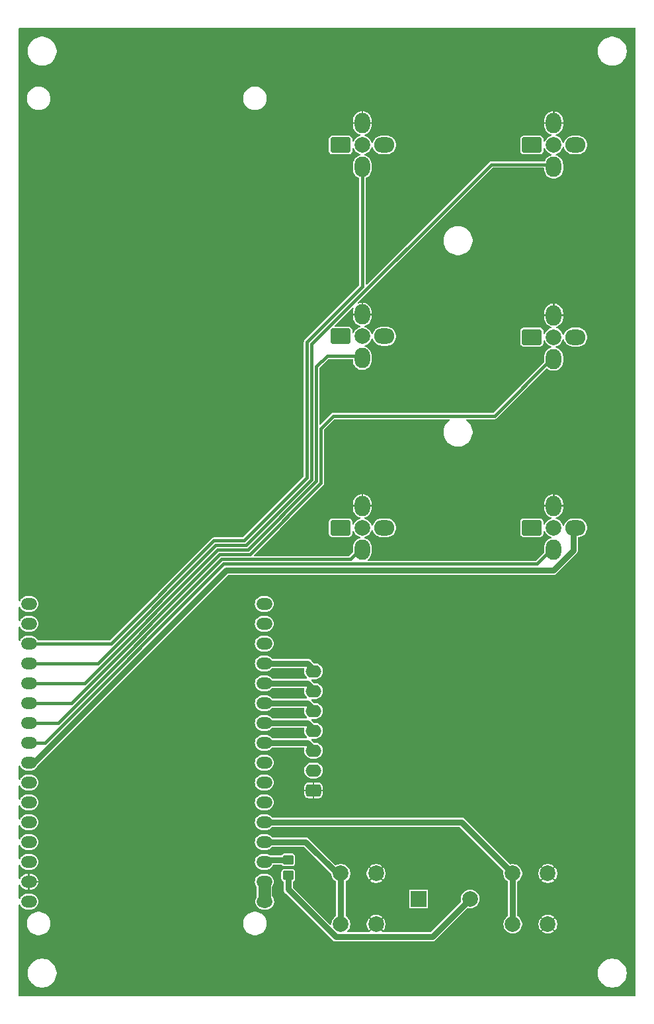
<source format=gbr>
%TF.GenerationSoftware,KiCad,Pcbnew,9.0.2*%
%TF.CreationDate,2025-10-29T16:28:32+01:00*%
%TF.ProjectId,neverx_main,6e657665-7278-45f6-9d61-696e2e6b6963,rev?*%
%TF.SameCoordinates,Original*%
%TF.FileFunction,Copper,L1,Top*%
%TF.FilePolarity,Positive*%
%FSLAX46Y46*%
G04 Gerber Fmt 4.6, Leading zero omitted, Abs format (unit mm)*
G04 Created by KiCad (PCBNEW 9.0.2) date 2025-10-29 16:28:32*
%MOMM*%
%LPD*%
G01*
G04 APERTURE LIST*
G04 Aperture macros list*
%AMRoundRect*
0 Rectangle with rounded corners*
0 $1 Rounding radius*
0 $2 $3 $4 $5 $6 $7 $8 $9 X,Y pos of 4 corners*
0 Add a 4 corners polygon primitive as box body*
4,1,4,$2,$3,$4,$5,$6,$7,$8,$9,$2,$3,0*
0 Add four circle primitives for the rounded corners*
1,1,$1+$1,$2,$3*
1,1,$1+$1,$4,$5*
1,1,$1+$1,$6,$7*
1,1,$1+$1,$8,$9*
0 Add four rect primitives between the rounded corners*
20,1,$1+$1,$2,$3,$4,$5,0*
20,1,$1+$1,$4,$5,$6,$7,0*
20,1,$1+$1,$6,$7,$8,$9,0*
20,1,$1+$1,$8,$9,$2,$3,0*%
G04 Aperture macros list end*
%TA.AperFunction,ComponentPad*%
%ADD10R,2.000000X2.000000*%
%TD*%
%TA.AperFunction,ComponentPad*%
%ADD11C,2.000000*%
%TD*%
%TA.AperFunction,SMDPad,CuDef*%
%ADD12RoundRect,0.250000X0.450000X-0.350000X0.450000X0.350000X-0.450000X0.350000X-0.450000X-0.350000X0*%
%TD*%
%TA.AperFunction,ComponentPad*%
%ADD13RoundRect,0.300000X-1.000000X-0.700000X1.000000X-0.700000X1.000000X0.700000X-1.000000X0.700000X0*%
%TD*%
%TA.AperFunction,ComponentPad*%
%ADD14RoundRect,1.000000X0.000010X-0.300000X0.000010X0.300000X-0.000010X0.300000X-0.000010X-0.300000X0*%
%TD*%
%TA.AperFunction,ComponentPad*%
%ADD15RoundRect,1.000000X-0.300000X-0.000010X0.300000X-0.000010X0.300000X0.000010X-0.300000X0.000010X0*%
%TD*%
%TA.AperFunction,ComponentPad*%
%ADD16RoundRect,1.000000X-0.000010X0.300000X-0.000010X-0.300000X0.000010X-0.300000X0.000010X0.300000X0*%
%TD*%
%TA.AperFunction,ComponentPad*%
%ADD17RoundRect,0.400000X0.600000X-0.400000X0.600000X0.400000X-0.600000X0.400000X-0.600000X-0.400000X0*%
%TD*%
%TA.AperFunction,ComponentPad*%
%ADD18O,2.000000X1.600000*%
%TD*%
%TA.AperFunction,ComponentPad*%
%ADD19RoundRect,0.800000X0.200000X-0.000010X0.200000X0.000010X-0.200000X0.000010X-0.200000X-0.000010X0*%
%TD*%
%TA.AperFunction,Conductor*%
%ADD20C,0.800000*%
%TD*%
%TA.AperFunction,Conductor*%
%ADD21C,0.400000*%
%TD*%
%TA.AperFunction,Conductor*%
%ADD22C,1.600000*%
%TD*%
G04 APERTURE END LIST*
D10*
%TO.P,BZ2,1,+*%
%TO.N,+3.3V*%
X141700000Y-142000000D03*
D11*
%TO.P,BZ2,2,-*%
%TO.N,Net-(BZ2--)*%
X148300000Y-142000000D03*
%TD*%
D12*
%TO.P,R1,1*%
%TO.N,Net-(BZ2--)*%
X125000000Y-139000000D03*
%TO.P,R1,2*%
%TO.N,BUZZER*%
X125000000Y-137000000D03*
%TD*%
D13*
%TO.P,J1,1,Pin_1*%
%TO.N,+3.3V*%
X131700000Y-45500000D03*
D14*
%TO.P,J1,2,Pin_2*%
%TO.N,GND*%
X134500000Y-42700000D03*
D15*
%TO.P,J1,3,Pin_3*%
%TO.N,CLK*%
X137300000Y-45500000D03*
D16*
%TO.P,J1,4,Pin_4*%
%TO.N,DAT1*%
X134500000Y-48300000D03*
D11*
%TO.P,J1,5,Pin_5*%
%TO.N,unconnected-(J1-Pin_5-Pad5)*%
X134500000Y-45500000D03*
%TD*%
%TO.P,SW1,1,1*%
%TO.N,KEY_VAL*%
X131750000Y-145250000D03*
X131750000Y-138750000D03*
%TO.P,SW1,2,2*%
%TO.N,GND*%
X136250000Y-145250000D03*
X136250000Y-138750000D03*
%TD*%
D13*
%TO.P,J4,1,Pin_1*%
%TO.N,+3.3V*%
X156200000Y-70100000D03*
D14*
%TO.P,J4,2,Pin_2*%
%TO.N,GND*%
X159000000Y-67300000D03*
D15*
%TO.P,J4,3,Pin_3*%
%TO.N,CLK*%
X161800000Y-70100000D03*
D16*
%TO.P,J4,4,Pin_4*%
%TO.N,DAT4*%
X159000000Y-72900000D03*
D11*
%TO.P,J4,5,Pin_5*%
%TO.N,unconnected-(J4-Pin_5-Pad5)*%
X159000000Y-70100000D03*
%TD*%
D13*
%TO.P,J3,1,Pin_1*%
%TO.N,+3.3V*%
X131700000Y-70000000D03*
D14*
%TO.P,J3,2,Pin_2*%
%TO.N,GND*%
X134500000Y-67200000D03*
D15*
%TO.P,J3,3,Pin_3*%
%TO.N,CLK*%
X137300000Y-70000000D03*
D16*
%TO.P,J3,4,Pin_4*%
%TO.N,DAT3*%
X134500000Y-72800000D03*
D11*
%TO.P,J3,5,Pin_5*%
%TO.N,unconnected-(J3-Pin_5-Pad5)*%
X134500000Y-70000000D03*
%TD*%
D13*
%TO.P,J5,1,Pin_1*%
%TO.N,+3.3V*%
X131700000Y-94500000D03*
D14*
%TO.P,J5,2,Pin_2*%
%TO.N,GND*%
X134500000Y-91700000D03*
D15*
%TO.P,J5,3,Pin_3*%
%TO.N,CLK*%
X137300000Y-94500000D03*
D16*
%TO.P,J5,4,Pin_4*%
%TO.N,DAT5*%
X134500000Y-97300000D03*
D11*
%TO.P,J5,5,Pin_5*%
%TO.N,unconnected-(J5-Pin_5-Pad5)*%
X134500000Y-94500000D03*
%TD*%
D13*
%TO.P,J2,1,Pin_1*%
%TO.N,+3.3V*%
X156200000Y-45500000D03*
D14*
%TO.P,J2,2,Pin_2*%
%TO.N,GND*%
X159000000Y-42700000D03*
D15*
%TO.P,J2,3,Pin_3*%
%TO.N,CLK*%
X161800000Y-45500000D03*
D16*
%TO.P,J2,4,Pin_4*%
%TO.N,DAT2*%
X159000000Y-48300000D03*
D11*
%TO.P,J2,5,Pin_5*%
%TO.N,unconnected-(J2-Pin_5-Pad5)*%
X159000000Y-45500000D03*
%TD*%
D17*
%TO.P,U3,1,GND*%
%TO.N,GND*%
X128250000Y-128120000D03*
D18*
%TO.P,U3,2,VCC*%
%TO.N,+3.3V*%
X128250000Y-125580000D03*
%TO.P,U3,3,SCL*%
%TO.N,LCD_CLK*%
X128250000Y-123040000D03*
%TO.P,U3,4,SDA*%
%TO.N,LCD_DAT*%
X128250000Y-120500000D03*
%TO.P,U3,5,RES*%
%TO.N,LCD_RES*%
X128250000Y-117960000D03*
%TO.P,U3,6,DVC*%
%TO.N,LCD_DC*%
X128250000Y-115420000D03*
%TO.P,U3,7,BLK*%
%TO.N,LCD_BL*%
X128250000Y-112880000D03*
%TD*%
D19*
%TO.P,U1,1,3V3*%
%TO.N,+3.3V*%
X122000000Y-142350000D03*
%TO.P,U1,2,3V3*%
X121942099Y-139810000D03*
%TO.P,U1,3,GPIO01*%
%TO.N,BUZZER*%
X121942099Y-137270000D03*
%TO.P,U1,4,GPIO02*%
%TO.N,KEY_VAL*%
X121942099Y-134730000D03*
%TO.P,U1,5,GPIO43*%
%TO.N,KEY_CONF*%
X121942099Y-132190000D03*
%TO.P,U1,6,GPIO44*%
%TO.N,unconnected-(U1-GPIO44-Pad6)*%
X121942099Y-129650000D03*
%TO.P,U1,7,GPIO37*%
%TO.N,unconnected-(U1-GPIO37-Pad7)*%
X121942099Y-127110000D03*
%TO.P,U1,8,GPIO36*%
%TO.N,unconnected-(U1-GPIO36-Pad8)*%
X121942099Y-124570000D03*
%TO.P,U1,9,GPIO35*%
%TO.N,LCD_CLK*%
X121942099Y-122030000D03*
%TO.P,U1,10,GPIO00*%
%TO.N,LCD_DAT*%
X121942099Y-119490000D03*
%TO.P,U1,11,GPIO45*%
%TO.N,LCD_RES*%
X121942099Y-116950000D03*
%TO.P,U1,12,GPIO48*%
%TO.N,LCD_DC*%
X121942099Y-114410000D03*
%TO.P,U1,13,GPIO47*%
%TO.N,LCD_BL*%
X121942099Y-111870000D03*
%TO.P,U1,14,GPIO21*%
%TO.N,unconnected-(U1-GPIO21-Pad14)*%
X121942099Y-109330000D03*
%TO.P,U1,15,GND*%
%TO.N,unconnected-(U1-GND-Pad15)*%
X121942099Y-106790000D03*
%TO.P,U1,16,VSYS*%
%TO.N,unconnected-(U1-VSYS-Pad16)*%
X121942099Y-104250000D03*
%TO.P,U1,17,DC5*%
%TO.N,unconnected-(U1-DC5-Pad17)*%
X91800000Y-104250000D03*
%TO.P,U1,18,GND*%
%TO.N,unconnected-(U1-GND-Pad18)*%
X91800000Y-106790000D03*
%TO.P,U1,19,GPIO14*%
%TO.N,DAT1*%
X91800000Y-109330000D03*
%TO.P,U1,20,GPIO13*%
%TO.N,DAT2*%
X91800000Y-111870000D03*
%TO.P,U1,21,GPIO12*%
%TO.N,DAT3*%
X91800000Y-114410000D03*
%TO.P,U1,22,GPIO11*%
%TO.N,DAT4*%
X91800000Y-116950000D03*
%TO.P,U1,23,GPIO10*%
%TO.N,DAT5*%
X91800000Y-119490000D03*
%TO.P,U1,24,GPIO09*%
%TO.N,DAT6*%
X91800000Y-122030000D03*
%TO.P,U1,25,GPIO46*%
%TO.N,CLK*%
X91800000Y-124570000D03*
%TO.P,U1,26,GPIO03*%
%TO.N,unconnected-(U1-GPIO03-Pad26)*%
X91800000Y-127110000D03*
%TO.P,U1,27,GPIO08*%
%TO.N,unconnected-(U1-GPIO08-Pad27)*%
X91800000Y-129650000D03*
%TO.P,U1,28,GPIO18*%
%TO.N,unconnected-(U1-GPIO18-Pad28)*%
X91800000Y-132190000D03*
%TO.P,U1,29,GPIO17*%
%TO.N,unconnected-(U1-GPIO17-Pad29)*%
X91800000Y-134730000D03*
%TO.P,U1,30,GPIO16*%
%TO.N,unconnected-(U1-GPIO16-Pad30)*%
X91800000Y-137270000D03*
%TO.P,U1,31,GND*%
%TO.N,GND*%
X91800000Y-139810000D03*
%TO.P,U1,32,3V3*%
%TO.N,+3.3V*%
X91800000Y-142350000D03*
%TD*%
D11*
%TO.P,SW2,1,1*%
%TO.N,KEY_CONF*%
X153750000Y-145250000D03*
X153750000Y-138750000D03*
%TO.P,SW2,2,2*%
%TO.N,GND*%
X158250000Y-145250000D03*
X158250000Y-138750000D03*
%TD*%
D13*
%TO.P,J6,1,Pin_1*%
%TO.N,+3.3V*%
X156200000Y-94500000D03*
D14*
%TO.P,J6,2,Pin_2*%
%TO.N,GND*%
X159000000Y-91700000D03*
D15*
%TO.P,J6,3,Pin_3*%
%TO.N,CLK*%
X161800000Y-94500000D03*
D16*
%TO.P,J6,4,Pin_4*%
%TO.N,DAT6*%
X159000000Y-97300000D03*
D11*
%TO.P,J6,5,Pin_5*%
%TO.N,unconnected-(J6-Pin_5-Pad5)*%
X159000000Y-94500000D03*
%TD*%
D20*
%TO.N,CLK*%
X161500000Y-97371448D02*
X161500000Y-94500000D01*
X158936662Y-99934786D02*
X161500000Y-97371448D01*
X91300000Y-124570000D02*
X92430000Y-124570000D01*
X117065214Y-99934786D02*
X158936662Y-99934786D01*
X92430000Y-124570000D02*
X117065214Y-99934786D01*
D21*
%TO.N,DAT2*%
X100597446Y-111870000D02*
X115737661Y-96729786D01*
X151008636Y-48000000D02*
X159000000Y-48000000D01*
X128000000Y-71008636D02*
X151008636Y-48000000D01*
X91300000Y-111870000D02*
X100597446Y-111870000D01*
X128000000Y-88300116D02*
X128000000Y-71008636D01*
X115737661Y-96729786D02*
X119570330Y-96729786D01*
X119570330Y-96729786D02*
X128000000Y-88300116D01*
%TO.N,DAT3*%
X128601000Y-73899000D02*
X130000000Y-72500000D01*
X98907388Y-114410000D02*
X115986603Y-97330786D01*
X128601000Y-88549058D02*
X128601000Y-73899000D01*
X115986603Y-97330786D02*
X119819272Y-97330786D01*
X130000000Y-72500000D02*
X134000000Y-72500000D01*
X119819272Y-97330786D02*
X128601000Y-88549058D01*
X92090000Y-114410000D02*
X98907388Y-114410000D01*
%TO.N,DAT4*%
X129202000Y-81798000D02*
X130801000Y-80199000D01*
X91300000Y-116950000D02*
X97217330Y-116950000D01*
X151401000Y-80199000D02*
X159000000Y-72600000D01*
X97217330Y-116950000D02*
X116235545Y-97931786D01*
X120068214Y-97931786D02*
X129202000Y-88798000D01*
X116235545Y-97931786D02*
X120068214Y-97931786D01*
X129202000Y-88798000D02*
X129202000Y-81798000D01*
X130801000Y-80199000D02*
X151401000Y-80199000D01*
%TO.N,DAT5*%
X132967214Y-98532786D02*
X134500000Y-97000000D01*
X116484487Y-98532786D02*
X132967214Y-98532786D01*
X91310000Y-119500000D02*
X95517272Y-119500000D01*
X95517272Y-119500000D02*
X116484487Y-98532786D01*
%TO.N,DAT6*%
X93837214Y-122030000D02*
X116733429Y-99133786D01*
X116733429Y-99133786D02*
X156866214Y-99133786D01*
X156866214Y-99133786D02*
X159000000Y-97000000D01*
X91300000Y-122030000D02*
X93837214Y-122030000D01*
%TO.N,DAT1*%
X92170000Y-109330000D02*
X102287504Y-109330000D01*
X115488719Y-96128786D02*
X119321388Y-96128786D01*
X127399000Y-70759694D02*
X134500000Y-63658694D01*
X119321388Y-96128786D02*
X127399000Y-88051174D01*
X127399000Y-88051174D02*
X127399000Y-70759694D01*
X134500000Y-63658694D02*
X134500000Y-48000000D01*
X102287504Y-109330000D02*
X115488719Y-96128786D01*
D20*
%TO.N,Net-(BZ2--)*%
X143449000Y-146851000D02*
X148300000Y-142000000D01*
X125000000Y-140764156D02*
X131086844Y-146851000D01*
X125000000Y-139000000D02*
X125000000Y-140764156D01*
X131086844Y-146851000D02*
X143449000Y-146851000D01*
D22*
%TO.N,+3.3V*%
X121942099Y-142292099D02*
X122000000Y-142350000D01*
X121942099Y-139810000D02*
X121942099Y-142292099D01*
D20*
%TO.N,BUZZER*%
X125000000Y-137000000D02*
X121712099Y-137000000D01*
%TO.N,LCD_DC*%
X127490000Y-114410000D02*
X128500000Y-115420000D01*
X121442099Y-114410000D02*
X127490000Y-114410000D01*
%TO.N,LCD_DAT*%
X121442099Y-119490000D02*
X127490000Y-119490000D01*
X127490000Y-119490000D02*
X128500000Y-120500000D01*
%TO.N,LCD_RES*%
X121442099Y-116950000D02*
X127490000Y-116950000D01*
X127490000Y-116950000D02*
X128500000Y-117960000D01*
%TO.N,LCD_CLK*%
X121442099Y-122030000D02*
X127490000Y-122030000D01*
X127490000Y-122030000D02*
X128500000Y-123040000D01*
%TO.N,LCD_BL*%
X121442099Y-111870000D02*
X127490000Y-111870000D01*
X127490000Y-111870000D02*
X128500000Y-112880000D01*
%TO.N,KEY_VAL*%
X127230000Y-134730000D02*
X121442099Y-134730000D01*
X131750000Y-145250000D02*
X131750000Y-138750000D01*
X131250000Y-138750000D02*
X127230000Y-134730000D01*
%TO.N,KEY_CONF*%
X147190000Y-132190000D02*
X121442099Y-132190000D01*
X153750000Y-138750000D02*
X147190000Y-132190000D01*
X153750000Y-138750000D02*
X153750000Y-145250000D01*
%TD*%
%TA.AperFunction,Conductor*%
%TO.N,GND*%
G36*
X169458691Y-30519407D02*
G01*
X169494655Y-30568907D01*
X169499500Y-30599500D01*
X169499500Y-154400500D01*
X169480593Y-154458691D01*
X169431093Y-154494655D01*
X169400500Y-154499500D01*
X90599500Y-154499500D01*
X90541309Y-154480593D01*
X90505345Y-154431093D01*
X90500500Y-154400500D01*
X90500500Y-151378710D01*
X91649500Y-151378710D01*
X91649500Y-151621289D01*
X91681161Y-151861781D01*
X91681161Y-151861786D01*
X91743944Y-152096092D01*
X91743948Y-152096105D01*
X91836772Y-152320204D01*
X91836774Y-152320208D01*
X91836776Y-152320212D01*
X91958064Y-152530289D01*
X91958066Y-152530292D01*
X92105729Y-152722731D01*
X92105731Y-152722733D01*
X92105735Y-152722738D01*
X92277262Y-152894265D01*
X92277266Y-152894268D01*
X92277268Y-152894270D01*
X92469707Y-153041933D01*
X92469711Y-153041936D01*
X92679788Y-153163224D01*
X92903900Y-153256054D01*
X93138211Y-153318838D01*
X93378712Y-153350500D01*
X93378713Y-153350500D01*
X93621287Y-153350500D01*
X93621288Y-153350500D01*
X93861789Y-153318838D01*
X94096100Y-153256054D01*
X94320212Y-153163224D01*
X94530289Y-153041936D01*
X94722738Y-152894265D01*
X94894265Y-152722738D01*
X95041936Y-152530289D01*
X95163224Y-152320212D01*
X95256054Y-152096100D01*
X95318838Y-151861789D01*
X95350500Y-151621288D01*
X95350500Y-151378712D01*
X95350500Y-151378710D01*
X164649500Y-151378710D01*
X164649500Y-151621289D01*
X164681161Y-151861781D01*
X164681161Y-151861786D01*
X164743944Y-152096092D01*
X164743948Y-152096105D01*
X164836772Y-152320204D01*
X164836774Y-152320208D01*
X164836776Y-152320212D01*
X164958064Y-152530289D01*
X164958066Y-152530292D01*
X165105729Y-152722731D01*
X165105731Y-152722733D01*
X165105735Y-152722738D01*
X165277262Y-152894265D01*
X165277266Y-152894268D01*
X165277268Y-152894270D01*
X165469707Y-153041933D01*
X165469711Y-153041936D01*
X165679788Y-153163224D01*
X165903900Y-153256054D01*
X166138211Y-153318838D01*
X166378712Y-153350500D01*
X166378713Y-153350500D01*
X166621287Y-153350500D01*
X166621288Y-153350500D01*
X166861789Y-153318838D01*
X167096100Y-153256054D01*
X167320212Y-153163224D01*
X167530289Y-153041936D01*
X167722738Y-152894265D01*
X167894265Y-152722738D01*
X168041936Y-152530289D01*
X168163224Y-152320212D01*
X168256054Y-152096100D01*
X168318838Y-151861789D01*
X168350500Y-151621288D01*
X168350500Y-151378712D01*
X168318838Y-151138211D01*
X168256054Y-150903900D01*
X168163224Y-150679788D01*
X168041936Y-150469711D01*
X167894265Y-150277262D01*
X167722738Y-150105735D01*
X167722733Y-150105731D01*
X167722731Y-150105729D01*
X167530292Y-149958066D01*
X167530289Y-149958064D01*
X167320212Y-149836776D01*
X167320208Y-149836774D01*
X167320204Y-149836772D01*
X167096105Y-149743948D01*
X167096104Y-149743947D01*
X167096100Y-149743946D01*
X166861789Y-149681162D01*
X166861786Y-149681161D01*
X166861784Y-149681161D01*
X166621289Y-149649500D01*
X166621288Y-149649500D01*
X166378712Y-149649500D01*
X166378710Y-149649500D01*
X166138218Y-149681161D01*
X166138213Y-149681161D01*
X165903907Y-149743944D01*
X165903894Y-149743948D01*
X165679795Y-149836772D01*
X165469707Y-149958066D01*
X165277268Y-150105729D01*
X165105729Y-150277268D01*
X164958066Y-150469707D01*
X164836772Y-150679795D01*
X164743948Y-150903894D01*
X164743944Y-150903907D01*
X164681161Y-151138213D01*
X164681161Y-151138218D01*
X164649500Y-151378710D01*
X95350500Y-151378710D01*
X95318838Y-151138211D01*
X95256054Y-150903900D01*
X95163224Y-150679788D01*
X95041936Y-150469711D01*
X94894265Y-150277262D01*
X94722738Y-150105735D01*
X94722733Y-150105731D01*
X94722731Y-150105729D01*
X94530292Y-149958066D01*
X94530289Y-149958064D01*
X94320212Y-149836776D01*
X94320208Y-149836774D01*
X94320204Y-149836772D01*
X94096105Y-149743948D01*
X94096104Y-149743947D01*
X94096100Y-149743946D01*
X93861789Y-149681162D01*
X93861786Y-149681161D01*
X93861784Y-149681161D01*
X93621289Y-149649500D01*
X93621288Y-149649500D01*
X93378712Y-149649500D01*
X93378710Y-149649500D01*
X93138218Y-149681161D01*
X93138213Y-149681161D01*
X92903907Y-149743944D01*
X92903894Y-149743948D01*
X92679795Y-149836772D01*
X92469707Y-149958066D01*
X92277268Y-150105729D01*
X92105729Y-150277268D01*
X91958066Y-150469707D01*
X91836772Y-150679795D01*
X91743948Y-150903894D01*
X91743944Y-150903907D01*
X91681161Y-151138213D01*
X91681161Y-151138218D01*
X91649500Y-151378710D01*
X90500500Y-151378710D01*
X90500500Y-145031904D01*
X91544500Y-145031904D01*
X91544500Y-145268095D01*
X91581445Y-145501363D01*
X91654432Y-145725992D01*
X91732494Y-145879199D01*
X91761657Y-145936433D01*
X91900483Y-146127510D01*
X92067490Y-146294517D01*
X92258567Y-146433343D01*
X92469008Y-146540568D01*
X92693632Y-146613553D01*
X92693633Y-146613553D01*
X92693636Y-146613554D01*
X92926905Y-146650500D01*
X92926908Y-146650500D01*
X93163095Y-146650500D01*
X93396363Y-146613554D01*
X93396364Y-146613553D01*
X93396368Y-146613553D01*
X93620992Y-146540568D01*
X93831433Y-146433343D01*
X94022510Y-146294517D01*
X94189517Y-146127510D01*
X94328343Y-145936433D01*
X94435568Y-145725992D01*
X94508553Y-145501368D01*
X94514742Y-145462292D01*
X94545500Y-145268095D01*
X94545500Y-145031904D01*
X119254500Y-145031904D01*
X119254500Y-145268095D01*
X119291445Y-145501363D01*
X119364432Y-145725992D01*
X119442494Y-145879199D01*
X119471657Y-145936433D01*
X119610483Y-146127510D01*
X119777490Y-146294517D01*
X119968567Y-146433343D01*
X120179008Y-146540568D01*
X120403632Y-146613553D01*
X120403633Y-146613553D01*
X120403636Y-146613554D01*
X120636905Y-146650500D01*
X120636908Y-146650500D01*
X120873095Y-146650500D01*
X121106363Y-146613554D01*
X121106364Y-146613553D01*
X121106368Y-146613553D01*
X121330992Y-146540568D01*
X121541433Y-146433343D01*
X121732510Y-146294517D01*
X121899517Y-146127510D01*
X122038343Y-145936433D01*
X122145568Y-145725992D01*
X122218553Y-145501368D01*
X122224742Y-145462292D01*
X122255500Y-145268095D01*
X122255500Y-145031904D01*
X122218554Y-144798636D01*
X122218553Y-144798632D01*
X122145568Y-144574008D01*
X122038343Y-144363567D01*
X121899517Y-144172490D01*
X121732510Y-144005483D01*
X121541433Y-143866657D01*
X121541432Y-143866656D01*
X121541430Y-143866655D01*
X121330992Y-143759432D01*
X121106363Y-143686445D01*
X120873095Y-143649500D01*
X120873092Y-143649500D01*
X120636908Y-143649500D01*
X120636905Y-143649500D01*
X120403636Y-143686445D01*
X120179007Y-143759432D01*
X119968569Y-143866655D01*
X119777491Y-144005482D01*
X119610482Y-144172491D01*
X119471655Y-144363569D01*
X119364432Y-144574007D01*
X119291445Y-144798636D01*
X119254500Y-145031904D01*
X94545500Y-145031904D01*
X94508554Y-144798636D01*
X94508553Y-144798632D01*
X94435568Y-144574008D01*
X94328343Y-144363567D01*
X94189517Y-144172490D01*
X94022510Y-144005483D01*
X93831433Y-143866657D01*
X93831432Y-143866656D01*
X93831430Y-143866655D01*
X93620992Y-143759432D01*
X93396363Y-143686445D01*
X93163095Y-143649500D01*
X93163092Y-143649500D01*
X92926908Y-143649500D01*
X92926905Y-143649500D01*
X92693636Y-143686445D01*
X92469007Y-143759432D01*
X92258569Y-143866655D01*
X92067491Y-144005482D01*
X91900482Y-144172491D01*
X91761655Y-144363569D01*
X91654432Y-144574007D01*
X91581445Y-144798636D01*
X91544500Y-145031904D01*
X90500500Y-145031904D01*
X90500500Y-142809391D01*
X90519407Y-142751200D01*
X90568907Y-142715236D01*
X90630093Y-142715236D01*
X90679593Y-142751200D01*
X90687247Y-142763550D01*
X90760302Y-142903407D01*
X90888891Y-143061109D01*
X91046593Y-143189698D01*
X91226951Y-143283909D01*
X91422582Y-143339886D01*
X91541963Y-143350500D01*
X92058036Y-143350499D01*
X92177418Y-143339886D01*
X92373049Y-143283909D01*
X92553407Y-143189698D01*
X92711109Y-143061109D01*
X92839698Y-142903407D01*
X92933909Y-142723049D01*
X92989886Y-142527418D01*
X93000500Y-142408037D01*
X93000499Y-142291964D01*
X92989886Y-142172582D01*
X92933909Y-141976951D01*
X92839698Y-141796593D01*
X92711109Y-141638891D01*
X92553407Y-141510302D01*
X92553405Y-141510301D01*
X92553404Y-141510300D01*
X92373047Y-141416090D01*
X92177420Y-141360114D01*
X92137624Y-141356576D01*
X92058037Y-141349500D01*
X92058033Y-141349500D01*
X91541967Y-141349500D01*
X91435491Y-141358966D01*
X91422582Y-141360114D01*
X91422581Y-141360114D01*
X91422576Y-141360115D01*
X91226953Y-141416090D01*
X91046595Y-141510300D01*
X90888894Y-141638888D01*
X90888888Y-141638894D01*
X90760304Y-141796591D01*
X90760302Y-141796593D01*
X90703622Y-141905103D01*
X90687250Y-141936445D01*
X90643549Y-141979269D01*
X90583023Y-141988227D01*
X90528791Y-141959899D01*
X90501567Y-141905103D01*
X90500500Y-141890608D01*
X90500500Y-140268311D01*
X90519407Y-140210120D01*
X90568907Y-140174156D01*
X90630093Y-140174156D01*
X90679593Y-140210120D01*
X90687250Y-140222475D01*
X90760720Y-140363128D01*
X90889244Y-140520750D01*
X90889249Y-140520755D01*
X91046871Y-140649279D01*
X91227138Y-140743442D01*
X91422667Y-140799390D01*
X91542000Y-140810000D01*
X91694999Y-140810000D01*
X91695000Y-140809999D01*
X91695000Y-140299503D01*
X91734174Y-140310000D01*
X91865826Y-140310000D01*
X91905000Y-140299503D01*
X91905000Y-140809999D01*
X91905001Y-140810000D01*
X92058000Y-140810000D01*
X92177332Y-140799390D01*
X92372861Y-140743442D01*
X92553128Y-140649279D01*
X92710750Y-140520755D01*
X92710755Y-140520750D01*
X92839279Y-140363128D01*
X92933442Y-140182861D01*
X92989390Y-139987333D01*
X92989390Y-139987330D01*
X92995822Y-139915000D01*
X92289503Y-139915000D01*
X92300000Y-139875826D01*
X92300000Y-139751966D01*
X120741599Y-139751966D01*
X120741599Y-139868032D01*
X120749917Y-139961599D01*
X120752205Y-139987333D01*
X120752213Y-139987416D01*
X120752214Y-139987423D01*
X120789293Y-140117007D01*
X120808190Y-140183049D01*
X120852727Y-140268311D01*
X120874503Y-140310000D01*
X120902401Y-140363407D01*
X120919326Y-140384164D01*
X120941445Y-140441210D01*
X120941599Y-140446725D01*
X120941599Y-141808098D01*
X120930349Y-141853934D01*
X120866090Y-141976952D01*
X120810114Y-142172579D01*
X120799500Y-142291966D01*
X120799500Y-142408032D01*
X120807818Y-142501599D01*
X120810114Y-142527418D01*
X120866091Y-142723049D01*
X120960302Y-142903407D01*
X121088891Y-143061109D01*
X121246593Y-143189698D01*
X121426951Y-143283909D01*
X121622582Y-143339886D01*
X121741963Y-143350500D01*
X121889927Y-143350499D01*
X121889935Y-143350500D01*
X121901459Y-143350500D01*
X122106515Y-143350500D01*
X122106527Y-143350499D01*
X122258032Y-143350499D01*
X122258036Y-143350499D01*
X122377418Y-143339886D01*
X122573049Y-143283909D01*
X122753407Y-143189698D01*
X122911109Y-143061109D01*
X123039698Y-142903407D01*
X123133909Y-142723049D01*
X123189886Y-142527418D01*
X123200500Y-142408037D01*
X123200499Y-142291964D01*
X123189886Y-142172582D01*
X123133909Y-141976951D01*
X123039698Y-141796593D01*
X123039697Y-141796591D01*
X122964872Y-141704824D01*
X122942753Y-141647777D01*
X122942599Y-141642263D01*
X122942599Y-140446725D01*
X122961506Y-140388534D01*
X122964863Y-140384174D01*
X122981797Y-140363407D01*
X123076008Y-140183049D01*
X123131985Y-139987418D01*
X123142599Y-139868037D01*
X123142598Y-139751964D01*
X123131985Y-139632582D01*
X123076008Y-139436951D01*
X122981797Y-139256593D01*
X122853208Y-139098891D01*
X122695506Y-138970302D01*
X122695504Y-138970301D01*
X122695503Y-138970300D01*
X122515146Y-138876090D01*
X122319519Y-138820114D01*
X122279723Y-138816576D01*
X122200136Y-138809500D01*
X122040641Y-138809500D01*
X122040640Y-138809500D01*
X121843558Y-138809500D01*
X121843554Y-138809500D01*
X121684066Y-138809500D01*
X121577590Y-138818966D01*
X121564681Y-138820114D01*
X121564680Y-138820114D01*
X121564675Y-138820115D01*
X121369052Y-138876090D01*
X121188694Y-138970300D01*
X121030993Y-139098888D01*
X121030987Y-139098894D01*
X120902399Y-139256595D01*
X120808189Y-139436952D01*
X120752213Y-139632579D01*
X120741599Y-139751966D01*
X92300000Y-139751966D01*
X92300000Y-139744174D01*
X92289503Y-139705000D01*
X92995822Y-139705000D01*
X92989390Y-139632669D01*
X92989390Y-139632666D01*
X92933442Y-139437138D01*
X92839279Y-139256871D01*
X92710755Y-139099249D01*
X92710750Y-139099244D01*
X92553128Y-138970720D01*
X92372861Y-138876557D01*
X92177332Y-138820609D01*
X92058000Y-138810000D01*
X91905001Y-138810000D01*
X91905000Y-138810001D01*
X91905000Y-139320496D01*
X91865826Y-139310000D01*
X91734174Y-139310000D01*
X91695000Y-139320496D01*
X91695000Y-138810001D01*
X91694999Y-138810000D01*
X91542000Y-138810000D01*
X91422667Y-138820609D01*
X91227138Y-138876557D01*
X91046871Y-138970720D01*
X90889249Y-139099244D01*
X90889244Y-139099249D01*
X90760722Y-139256869D01*
X90687250Y-139397525D01*
X90643549Y-139440349D01*
X90583023Y-139449307D01*
X90528791Y-139420979D01*
X90501567Y-139366183D01*
X90500500Y-139351688D01*
X90500500Y-137729391D01*
X90519407Y-137671200D01*
X90568907Y-137635236D01*
X90630093Y-137635236D01*
X90679593Y-137671200D01*
X90687247Y-137683550D01*
X90711192Y-137729391D01*
X90746845Y-137797646D01*
X90760302Y-137823407D01*
X90888891Y-137981109D01*
X91046593Y-138109698D01*
X91226951Y-138203909D01*
X91422582Y-138259886D01*
X91541963Y-138270500D01*
X92058036Y-138270499D01*
X92177418Y-138259886D01*
X92373049Y-138203909D01*
X92553407Y-138109698D01*
X92711109Y-137981109D01*
X92839698Y-137823407D01*
X92933909Y-137643049D01*
X92989886Y-137447418D01*
X93000500Y-137328037D01*
X93000499Y-137211966D01*
X120741599Y-137211966D01*
X120741599Y-137328032D01*
X120752213Y-137447416D01*
X120752214Y-137447423D01*
X120792728Y-137589013D01*
X120808190Y-137643049D01*
X120846541Y-137716468D01*
X120888944Y-137797646D01*
X120902401Y-137823407D01*
X121030990Y-137981109D01*
X121188692Y-138109698D01*
X121369050Y-138203909D01*
X121564681Y-138259886D01*
X121684062Y-138270500D01*
X122200135Y-138270499D01*
X122319517Y-138259886D01*
X122515148Y-138203909D01*
X122695506Y-138109698D01*
X122853208Y-137981109D01*
X122981797Y-137823407D01*
X123070463Y-137653663D01*
X123114164Y-137610840D01*
X123158213Y-137600500D01*
X124124992Y-137600500D01*
X124183183Y-137619407D01*
X124204647Y-137640711D01*
X124206371Y-137643047D01*
X124227850Y-137672150D01*
X124337116Y-137752792D01*
X124337117Y-137752792D01*
X124337118Y-137752793D01*
X124465301Y-137797646D01*
X124495725Y-137800499D01*
X124495727Y-137800500D01*
X124495734Y-137800500D01*
X125504273Y-137800500D01*
X125504273Y-137800499D01*
X125534699Y-137797646D01*
X125662882Y-137752793D01*
X125772150Y-137672150D01*
X125852793Y-137562882D01*
X125897646Y-137434699D01*
X125900499Y-137404273D01*
X125900500Y-137404273D01*
X125900500Y-136595727D01*
X125900499Y-136595725D01*
X125897646Y-136565305D01*
X125897646Y-136565301D01*
X125852793Y-136437118D01*
X125847761Y-136430300D01*
X125772154Y-136327855D01*
X125772152Y-136327853D01*
X125772150Y-136327850D01*
X125772146Y-136327847D01*
X125772144Y-136327845D01*
X125662883Y-136247207D01*
X125534703Y-136202355D01*
X125534694Y-136202353D01*
X125504274Y-136199500D01*
X125504266Y-136199500D01*
X124495734Y-136199500D01*
X124495725Y-136199500D01*
X124465305Y-136202353D01*
X124465296Y-136202355D01*
X124337116Y-136247207D01*
X124227850Y-136327849D01*
X124204648Y-136359288D01*
X124154880Y-136394881D01*
X124124992Y-136399500D01*
X122660838Y-136399500D01*
X122615002Y-136388250D01*
X122515146Y-136336090D01*
X122319519Y-136280114D01*
X122279723Y-136276576D01*
X122200136Y-136269500D01*
X122200132Y-136269500D01*
X121684066Y-136269500D01*
X121577590Y-136278966D01*
X121564681Y-136280114D01*
X121564680Y-136280114D01*
X121564675Y-136280115D01*
X121369052Y-136336090D01*
X121188694Y-136430300D01*
X121030993Y-136558888D01*
X121030987Y-136558894D01*
X120902399Y-136716595D01*
X120808189Y-136896952D01*
X120752213Y-137092579D01*
X120741599Y-137211966D01*
X93000499Y-137211966D01*
X93000499Y-137211964D01*
X92989886Y-137092582D01*
X92933909Y-136896951D01*
X92839698Y-136716593D01*
X92711109Y-136558891D01*
X92553407Y-136430302D01*
X92553405Y-136430301D01*
X92553404Y-136430300D01*
X92373047Y-136336090D01*
X92177420Y-136280114D01*
X92137624Y-136276576D01*
X92058037Y-136269500D01*
X92058033Y-136269500D01*
X91541967Y-136269500D01*
X91435491Y-136278966D01*
X91422582Y-136280114D01*
X91422581Y-136280114D01*
X91422576Y-136280115D01*
X91226953Y-136336090D01*
X91046595Y-136430300D01*
X90888894Y-136558888D01*
X90888888Y-136558894D01*
X90760302Y-136716593D01*
X90703622Y-136825103D01*
X90687250Y-136856445D01*
X90643549Y-136899269D01*
X90583023Y-136908227D01*
X90528791Y-136879899D01*
X90501567Y-136825103D01*
X90500500Y-136810608D01*
X90500500Y-135189391D01*
X90519407Y-135131200D01*
X90568907Y-135095236D01*
X90630093Y-135095236D01*
X90679593Y-135131200D01*
X90687247Y-135143550D01*
X90760302Y-135283407D01*
X90888891Y-135441109D01*
X91046593Y-135569698D01*
X91226951Y-135663909D01*
X91422582Y-135719886D01*
X91541963Y-135730500D01*
X92058036Y-135730499D01*
X92177418Y-135719886D01*
X92373049Y-135663909D01*
X92553407Y-135569698D01*
X92711109Y-135441109D01*
X92839698Y-135283407D01*
X92933909Y-135103049D01*
X92989886Y-134907418D01*
X93000500Y-134788037D01*
X93000499Y-134671966D01*
X120741599Y-134671966D01*
X120741599Y-134788032D01*
X120749917Y-134881599D01*
X120752213Y-134907418D01*
X120808190Y-135103049D01*
X120902401Y-135283407D01*
X121030990Y-135441109D01*
X121188692Y-135569698D01*
X121369050Y-135663909D01*
X121564681Y-135719886D01*
X121684062Y-135730500D01*
X122200135Y-135730499D01*
X122319517Y-135719886D01*
X122515148Y-135663909D01*
X122695506Y-135569698D01*
X122853208Y-135441109D01*
X122913687Y-135366937D01*
X122965113Y-135333787D01*
X122990413Y-135330500D01*
X126940257Y-135330500D01*
X126998448Y-135349407D01*
X127010261Y-135359496D01*
X130536965Y-138886201D01*
X130564742Y-138940718D01*
X130579058Y-139031113D01*
X130601197Y-139099249D01*
X130637453Y-139210832D01*
X130723240Y-139379199D01*
X130834310Y-139532073D01*
X130967927Y-139665690D01*
X131108691Y-139767962D01*
X131144655Y-139817462D01*
X131149500Y-139848054D01*
X131149500Y-144151945D01*
X131130593Y-144210136D01*
X131108691Y-144232037D01*
X130967932Y-144334305D01*
X130834309Y-144467928D01*
X130723238Y-144620803D01*
X130637453Y-144789167D01*
X130579058Y-144968886D01*
X130549500Y-145155515D01*
X130549500Y-145225413D01*
X130530593Y-145283604D01*
X130481093Y-145319568D01*
X130419907Y-145319568D01*
X130380496Y-145295417D01*
X125629496Y-140544417D01*
X125601719Y-140489900D01*
X125600500Y-140474413D01*
X125600500Y-139844865D01*
X125619407Y-139786674D01*
X125657448Y-139758381D01*
X125656326Y-139756258D01*
X125662879Y-139752793D01*
X125662882Y-139752793D01*
X125772150Y-139672150D01*
X125852793Y-139562882D01*
X125897646Y-139434699D01*
X125900499Y-139404273D01*
X125900500Y-139404273D01*
X125900500Y-138595727D01*
X125900499Y-138595725D01*
X125897646Y-138565305D01*
X125897646Y-138565301D01*
X125852793Y-138437118D01*
X125772150Y-138327850D01*
X125772146Y-138327847D01*
X125772144Y-138327845D01*
X125662883Y-138247207D01*
X125534703Y-138202355D01*
X125534694Y-138202353D01*
X125504274Y-138199500D01*
X125504266Y-138199500D01*
X124495734Y-138199500D01*
X124495725Y-138199500D01*
X124465305Y-138202353D01*
X124465296Y-138202355D01*
X124337116Y-138247207D01*
X124227855Y-138327845D01*
X124227845Y-138327855D01*
X124147207Y-138437116D01*
X124102355Y-138565296D01*
X124102353Y-138565305D01*
X124099500Y-138595725D01*
X124099500Y-139404274D01*
X124102353Y-139434694D01*
X124102355Y-139434703D01*
X124147207Y-139562883D01*
X124227845Y-139672144D01*
X124227847Y-139672146D01*
X124227850Y-139672150D01*
X124227853Y-139672152D01*
X124227855Y-139672154D01*
X124337116Y-139752792D01*
X124343674Y-139756258D01*
X124342490Y-139758498D01*
X124381871Y-139788476D01*
X124399500Y-139844865D01*
X124399500Y-140679019D01*
X124399499Y-140679037D01*
X124399499Y-140685099D01*
X124399499Y-140843213D01*
X124440423Y-140995940D01*
X124440425Y-140995944D01*
X124469360Y-141046061D01*
X124469361Y-141046061D01*
X124519480Y-141132872D01*
X124631284Y-141244676D01*
X124631286Y-141244677D01*
X130606322Y-147219713D01*
X130606324Y-147219716D01*
X130718128Y-147331520D01*
X130855060Y-147410577D01*
X130966863Y-147440534D01*
X131007786Y-147451500D01*
X131007787Y-147451500D01*
X143363864Y-147451500D01*
X143363880Y-147451501D01*
X143369943Y-147451501D01*
X143528056Y-147451501D01*
X143528057Y-147451501D01*
X143680785Y-147410577D01*
X143730904Y-147381639D01*
X143817716Y-147331520D01*
X143929520Y-147219716D01*
X143929521Y-147219713D01*
X147948176Y-143201057D01*
X148002691Y-143173282D01*
X148033665Y-143173282D01*
X148205516Y-143200500D01*
X148205519Y-143200500D01*
X148394484Y-143200500D01*
X148581113Y-143170941D01*
X148581114Y-143170940D01*
X148581118Y-143170940D01*
X148760832Y-143112547D01*
X148929199Y-143026760D01*
X149082073Y-142915690D01*
X149215690Y-142782073D01*
X149326760Y-142629199D01*
X149412547Y-142460832D01*
X149470940Y-142281118D01*
X149488130Y-142172583D01*
X149500500Y-142094484D01*
X149500500Y-141905515D01*
X149470941Y-141718886D01*
X149447836Y-141647777D01*
X149412547Y-141539168D01*
X149326760Y-141370801D01*
X149215690Y-141217927D01*
X149082073Y-141084310D01*
X148929199Y-140973240D01*
X148929198Y-140973239D01*
X148929196Y-140973238D01*
X148760832Y-140887453D01*
X148581113Y-140829058D01*
X148394484Y-140799500D01*
X148394481Y-140799500D01*
X148205519Y-140799500D01*
X148205516Y-140799500D01*
X148018886Y-140829058D01*
X147839167Y-140887453D01*
X147670803Y-140973238D01*
X147517928Y-141084309D01*
X147384309Y-141217928D01*
X147273238Y-141370803D01*
X147187453Y-141539167D01*
X147129058Y-141718886D01*
X147099500Y-141905515D01*
X147099500Y-142094485D01*
X147126717Y-142266333D01*
X147117145Y-142326765D01*
X147098940Y-142351823D01*
X143229261Y-146221504D01*
X143174744Y-146249281D01*
X143159257Y-146250500D01*
X137123987Y-146250500D01*
X137065796Y-146231593D01*
X137029832Y-146182093D01*
X137029326Y-146177820D01*
X136558486Y-145706980D01*
X136587708Y-145690110D01*
X136690110Y-145587708D01*
X136706980Y-145558486D01*
X137171591Y-146023098D01*
X137276333Y-145878934D01*
X137362085Y-145710635D01*
X137420453Y-145530996D01*
X137450000Y-145344445D01*
X137450000Y-145155554D01*
X137420453Y-144969003D01*
X137362085Y-144789364D01*
X137276332Y-144621063D01*
X137276330Y-144621059D01*
X137171592Y-144476900D01*
X136706979Y-144941512D01*
X136690110Y-144912292D01*
X136587708Y-144809890D01*
X136558485Y-144793018D01*
X137023098Y-144328406D01*
X136878940Y-144223669D01*
X136878936Y-144223667D01*
X136710635Y-144137914D01*
X136530996Y-144079546D01*
X136344445Y-144050000D01*
X136155555Y-144050000D01*
X135969003Y-144079546D01*
X135789364Y-144137914D01*
X135621064Y-144223667D01*
X135476900Y-144328406D01*
X135941513Y-144793019D01*
X135912292Y-144809890D01*
X135809890Y-144912292D01*
X135793019Y-144941513D01*
X135328406Y-144476900D01*
X135223667Y-144621064D01*
X135137914Y-144789364D01*
X135079546Y-144969003D01*
X135050000Y-145155554D01*
X135050000Y-145344445D01*
X135079546Y-145530996D01*
X135137914Y-145710635D01*
X135223667Y-145878936D01*
X135223669Y-145878940D01*
X135328406Y-146023098D01*
X135793018Y-145558485D01*
X135809890Y-145587708D01*
X135912292Y-145690110D01*
X135941512Y-145706979D01*
X135465212Y-146183280D01*
X135460423Y-146203228D01*
X135413897Y-146242965D01*
X135376012Y-146250500D01*
X132686270Y-146250500D01*
X132628079Y-146231593D01*
X132592115Y-146182093D01*
X132592115Y-146120907D01*
X132616264Y-146081498D01*
X132665690Y-146032073D01*
X132776760Y-145879199D01*
X132862547Y-145710832D01*
X132920940Y-145531118D01*
X132920941Y-145531113D01*
X132950500Y-145344484D01*
X132950500Y-145155515D01*
X132920941Y-144968886D01*
X132917680Y-144958850D01*
X132862547Y-144789168D01*
X132776760Y-144620801D01*
X132665690Y-144467927D01*
X132532073Y-144334310D01*
X132532069Y-144334307D01*
X132532067Y-144334305D01*
X132391309Y-144232037D01*
X132355345Y-144182537D01*
X132350500Y-144151945D01*
X132350500Y-140980253D01*
X140499500Y-140980253D01*
X140499500Y-143019746D01*
X140499501Y-143019758D01*
X140511132Y-143078227D01*
X140511134Y-143078233D01*
X140555445Y-143144548D01*
X140555448Y-143144552D01*
X140621769Y-143188867D01*
X140666231Y-143197711D01*
X140680241Y-143200498D01*
X140680246Y-143200498D01*
X140680252Y-143200500D01*
X140680253Y-143200500D01*
X142719747Y-143200500D01*
X142719748Y-143200500D01*
X142778231Y-143188867D01*
X142844552Y-143144552D01*
X142888867Y-143078231D01*
X142900500Y-143019748D01*
X142900500Y-140980252D01*
X142888867Y-140921769D01*
X142844552Y-140855448D01*
X142844548Y-140855445D01*
X142778233Y-140811134D01*
X142778231Y-140811133D01*
X142778228Y-140811132D01*
X142778227Y-140811132D01*
X142719758Y-140799501D01*
X142719748Y-140799500D01*
X140680252Y-140799500D01*
X140680251Y-140799500D01*
X140680241Y-140799501D01*
X140621772Y-140811132D01*
X140621766Y-140811134D01*
X140555451Y-140855445D01*
X140555445Y-140855451D01*
X140511134Y-140921766D01*
X140511132Y-140921772D01*
X140499501Y-140980241D01*
X140499500Y-140980253D01*
X132350500Y-140980253D01*
X132350500Y-139848054D01*
X132369407Y-139789863D01*
X132391307Y-139767962D01*
X132532073Y-139665690D01*
X132665690Y-139532073D01*
X132776760Y-139379199D01*
X132862547Y-139210832D01*
X132920940Y-139031118D01*
X132920941Y-139031113D01*
X132950500Y-138844484D01*
X132950500Y-138655554D01*
X135050000Y-138655554D01*
X135050000Y-138844445D01*
X135079546Y-139030996D01*
X135137914Y-139210635D01*
X135223667Y-139378936D01*
X135223669Y-139378940D01*
X135328406Y-139523098D01*
X135793018Y-139058485D01*
X135809890Y-139087708D01*
X135912292Y-139190110D01*
X135941512Y-139206979D01*
X135476900Y-139671592D01*
X135621059Y-139776330D01*
X135621063Y-139776332D01*
X135789364Y-139862085D01*
X135969003Y-139920453D01*
X136155555Y-139950000D01*
X136344445Y-139950000D01*
X136530996Y-139920453D01*
X136710635Y-139862085D01*
X136878934Y-139776333D01*
X137023098Y-139671591D01*
X136558486Y-139206980D01*
X136587708Y-139190110D01*
X136690110Y-139087708D01*
X136706980Y-139058486D01*
X137171591Y-139523098D01*
X137276333Y-139378934D01*
X137362085Y-139210635D01*
X137420453Y-139030996D01*
X137450000Y-138844445D01*
X137450000Y-138655554D01*
X137420453Y-138469003D01*
X137362085Y-138289364D01*
X137276332Y-138121063D01*
X137276330Y-138121059D01*
X137171592Y-137976900D01*
X136706979Y-138441512D01*
X136690110Y-138412292D01*
X136587708Y-138309890D01*
X136558485Y-138293018D01*
X137023098Y-137828406D01*
X136878940Y-137723669D01*
X136878936Y-137723667D01*
X136710635Y-137637914D01*
X136530996Y-137579546D01*
X136344445Y-137550000D01*
X136155555Y-137550000D01*
X135969003Y-137579546D01*
X135789364Y-137637914D01*
X135621064Y-137723667D01*
X135476900Y-137828406D01*
X135941513Y-138293019D01*
X135912292Y-138309890D01*
X135809890Y-138412292D01*
X135793019Y-138441513D01*
X135328406Y-137976900D01*
X135223667Y-138121064D01*
X135137914Y-138289364D01*
X135079546Y-138469003D01*
X135050000Y-138655554D01*
X132950500Y-138655554D01*
X132950500Y-138655515D01*
X132920941Y-138468886D01*
X132920940Y-138468882D01*
X132862547Y-138289168D01*
X132776760Y-138120801D01*
X132665690Y-137967927D01*
X132532073Y-137834310D01*
X132379199Y-137723240D01*
X132379198Y-137723239D01*
X132379196Y-137723238D01*
X132210832Y-137637453D01*
X132031113Y-137579058D01*
X131844484Y-137549500D01*
X131844481Y-137549500D01*
X131655519Y-137549500D01*
X131655516Y-137549500D01*
X131468886Y-137579058D01*
X131289167Y-137637453D01*
X131152876Y-137706897D01*
X131092444Y-137716468D01*
X131037927Y-137688691D01*
X127710521Y-134361286D01*
X127710520Y-134361284D01*
X127598716Y-134249480D01*
X127511904Y-134199360D01*
X127511903Y-134199359D01*
X127461788Y-134170425D01*
X127461785Y-134170423D01*
X127309057Y-134129499D01*
X127150943Y-134129499D01*
X127144880Y-134129499D01*
X127144864Y-134129500D01*
X122990413Y-134129500D01*
X122932222Y-134110593D01*
X122913688Y-134093064D01*
X122853208Y-134018891D01*
X122695506Y-133890302D01*
X122695504Y-133890301D01*
X122695503Y-133890300D01*
X122515146Y-133796090D01*
X122319519Y-133740114D01*
X122279723Y-133736576D01*
X122200136Y-133729500D01*
X122200132Y-133729500D01*
X121684066Y-133729500D01*
X121577590Y-133738966D01*
X121564681Y-133740114D01*
X121564680Y-133740114D01*
X121564675Y-133740115D01*
X121369052Y-133796090D01*
X121188694Y-133890300D01*
X121030993Y-134018888D01*
X121030987Y-134018894D01*
X120902399Y-134176595D01*
X120808189Y-134356952D01*
X120752213Y-134552579D01*
X120741599Y-134671966D01*
X93000499Y-134671966D01*
X93000499Y-134671964D01*
X92989886Y-134552582D01*
X92933909Y-134356951D01*
X92839698Y-134176593D01*
X92711109Y-134018891D01*
X92553407Y-133890302D01*
X92553405Y-133890301D01*
X92553404Y-133890300D01*
X92373047Y-133796090D01*
X92177420Y-133740114D01*
X92137624Y-133736576D01*
X92058037Y-133729500D01*
X92058033Y-133729500D01*
X91541967Y-133729500D01*
X91435491Y-133738966D01*
X91422582Y-133740114D01*
X91422581Y-133740114D01*
X91422576Y-133740115D01*
X91226953Y-133796090D01*
X91046595Y-133890300D01*
X90888894Y-134018888D01*
X90888888Y-134018894D01*
X90814118Y-134110593D01*
X90760302Y-134176593D01*
X90703622Y-134285103D01*
X90687250Y-134316445D01*
X90643549Y-134359269D01*
X90583023Y-134368227D01*
X90528791Y-134339899D01*
X90501567Y-134285103D01*
X90500500Y-134270608D01*
X90500500Y-132649391D01*
X90519407Y-132591200D01*
X90568907Y-132555236D01*
X90630093Y-132555236D01*
X90679593Y-132591200D01*
X90687247Y-132603550D01*
X90760302Y-132743407D01*
X90888891Y-132901109D01*
X91046593Y-133029698D01*
X91226951Y-133123909D01*
X91422582Y-133179886D01*
X91541963Y-133190500D01*
X92058036Y-133190499D01*
X92177418Y-133179886D01*
X92373049Y-133123909D01*
X92553407Y-133029698D01*
X92711109Y-132901109D01*
X92839698Y-132743407D01*
X92933909Y-132563049D01*
X92989886Y-132367418D01*
X93000500Y-132248037D01*
X93000499Y-132131966D01*
X120741599Y-132131966D01*
X120741599Y-132248032D01*
X120749917Y-132341599D01*
X120752213Y-132367418D01*
X120808190Y-132563049D01*
X120902401Y-132743407D01*
X121030990Y-132901109D01*
X121188692Y-133029698D01*
X121369050Y-133123909D01*
X121564681Y-133179886D01*
X121684062Y-133190500D01*
X122200135Y-133190499D01*
X122319517Y-133179886D01*
X122515148Y-133123909D01*
X122695506Y-133029698D01*
X122853208Y-132901109D01*
X122913687Y-132826937D01*
X122965113Y-132793787D01*
X122990413Y-132790500D01*
X146900257Y-132790500D01*
X146958448Y-132809407D01*
X146970261Y-132819496D01*
X152548940Y-138398175D01*
X152576717Y-138452692D01*
X152576717Y-138483665D01*
X152549500Y-138655514D01*
X152549500Y-138844484D01*
X152579058Y-139031113D01*
X152601197Y-139099249D01*
X152637453Y-139210832D01*
X152723240Y-139379199D01*
X152834310Y-139532073D01*
X152967927Y-139665690D01*
X153108691Y-139767962D01*
X153144655Y-139817462D01*
X153149500Y-139848054D01*
X153149500Y-144151945D01*
X153130593Y-144210136D01*
X153108691Y-144232037D01*
X152967932Y-144334305D01*
X152834309Y-144467928D01*
X152723238Y-144620803D01*
X152637453Y-144789167D01*
X152579058Y-144968886D01*
X152549500Y-145155515D01*
X152549500Y-145344484D01*
X152579058Y-145531113D01*
X152630720Y-145690110D01*
X152637453Y-145710832D01*
X152723240Y-145879199D01*
X152834310Y-146032073D01*
X152967927Y-146165690D01*
X153120801Y-146276760D01*
X153289168Y-146362547D01*
X153468882Y-146420940D01*
X153468883Y-146420940D01*
X153468886Y-146420941D01*
X153655516Y-146450500D01*
X153655519Y-146450500D01*
X153844484Y-146450500D01*
X154031113Y-146420941D01*
X154031114Y-146420940D01*
X154031118Y-146420940D01*
X154210832Y-146362547D01*
X154379199Y-146276760D01*
X154532073Y-146165690D01*
X154665690Y-146032073D01*
X154776760Y-145879199D01*
X154862547Y-145710832D01*
X154920940Y-145531118D01*
X154920941Y-145531113D01*
X154950500Y-145344484D01*
X154950500Y-145155554D01*
X157050000Y-145155554D01*
X157050000Y-145344445D01*
X157079546Y-145530996D01*
X157137914Y-145710635D01*
X157223667Y-145878936D01*
X157223669Y-145878940D01*
X157328406Y-146023098D01*
X157793018Y-145558485D01*
X157809890Y-145587708D01*
X157912292Y-145690110D01*
X157941512Y-145706979D01*
X157476900Y-146171592D01*
X157621059Y-146276330D01*
X157621063Y-146276332D01*
X157789364Y-146362085D01*
X157969003Y-146420453D01*
X158155555Y-146450000D01*
X158344445Y-146450000D01*
X158530996Y-146420453D01*
X158710635Y-146362085D01*
X158878934Y-146276333D01*
X159023098Y-146171591D01*
X158558486Y-145706980D01*
X158587708Y-145690110D01*
X158690110Y-145587708D01*
X158706980Y-145558486D01*
X159171591Y-146023098D01*
X159276333Y-145878934D01*
X159362085Y-145710635D01*
X159420453Y-145530996D01*
X159450000Y-145344445D01*
X159450000Y-145155554D01*
X159420453Y-144969003D01*
X159362085Y-144789364D01*
X159276332Y-144621063D01*
X159276330Y-144621059D01*
X159171592Y-144476900D01*
X158706979Y-144941512D01*
X158690110Y-144912292D01*
X158587708Y-144809890D01*
X158558485Y-144793018D01*
X159023098Y-144328406D01*
X158878940Y-144223669D01*
X158878936Y-144223667D01*
X158710635Y-144137914D01*
X158530996Y-144079546D01*
X158344445Y-144050000D01*
X158155555Y-144050000D01*
X157969003Y-144079546D01*
X157789364Y-144137914D01*
X157621064Y-144223667D01*
X157476900Y-144328406D01*
X157941513Y-144793019D01*
X157912292Y-144809890D01*
X157809890Y-144912292D01*
X157793019Y-144941513D01*
X157328406Y-144476900D01*
X157223667Y-144621064D01*
X157137914Y-144789364D01*
X157079546Y-144969003D01*
X157050000Y-145155554D01*
X154950500Y-145155554D01*
X154950500Y-145155515D01*
X154920941Y-144968886D01*
X154917680Y-144958850D01*
X154862547Y-144789168D01*
X154776760Y-144620801D01*
X154665690Y-144467927D01*
X154532073Y-144334310D01*
X154532069Y-144334307D01*
X154532067Y-144334305D01*
X154391309Y-144232037D01*
X154355345Y-144182537D01*
X154350500Y-144151945D01*
X154350500Y-139848054D01*
X154369407Y-139789863D01*
X154391307Y-139767962D01*
X154532073Y-139665690D01*
X154665690Y-139532073D01*
X154776760Y-139379199D01*
X154862547Y-139210832D01*
X154920940Y-139031118D01*
X154920941Y-139031113D01*
X154950500Y-138844484D01*
X154950500Y-138655554D01*
X157050000Y-138655554D01*
X157050000Y-138844445D01*
X157079546Y-139030996D01*
X157137914Y-139210635D01*
X157223667Y-139378936D01*
X157223669Y-139378940D01*
X157328406Y-139523098D01*
X157793018Y-139058485D01*
X157809890Y-139087708D01*
X157912292Y-139190110D01*
X157941512Y-139206979D01*
X157476900Y-139671592D01*
X157621059Y-139776330D01*
X157621063Y-139776332D01*
X157789364Y-139862085D01*
X157969003Y-139920453D01*
X158155555Y-139950000D01*
X158344445Y-139950000D01*
X158530996Y-139920453D01*
X158710635Y-139862085D01*
X158878934Y-139776333D01*
X159023098Y-139671591D01*
X158558486Y-139206980D01*
X158587708Y-139190110D01*
X158690110Y-139087708D01*
X158706980Y-139058486D01*
X159171591Y-139523098D01*
X159276333Y-139378934D01*
X159362085Y-139210635D01*
X159420453Y-139030996D01*
X159450000Y-138844445D01*
X159450000Y-138655554D01*
X159420453Y-138469003D01*
X159362085Y-138289364D01*
X159276332Y-138121063D01*
X159276330Y-138121059D01*
X159171592Y-137976900D01*
X158706979Y-138441512D01*
X158690110Y-138412292D01*
X158587708Y-138309890D01*
X158558485Y-138293018D01*
X159023098Y-137828406D01*
X158878940Y-137723669D01*
X158878936Y-137723667D01*
X158710635Y-137637914D01*
X158530996Y-137579546D01*
X158344445Y-137550000D01*
X158155555Y-137550000D01*
X157969003Y-137579546D01*
X157789364Y-137637914D01*
X157621064Y-137723667D01*
X157476900Y-137828406D01*
X157941513Y-138293019D01*
X157912292Y-138309890D01*
X157809890Y-138412292D01*
X157793019Y-138441513D01*
X157328406Y-137976900D01*
X157223667Y-138121064D01*
X157137914Y-138289364D01*
X157079546Y-138469003D01*
X157050000Y-138655554D01*
X154950500Y-138655554D01*
X154950500Y-138655515D01*
X154920941Y-138468886D01*
X154920940Y-138468882D01*
X154862547Y-138289168D01*
X154776760Y-138120801D01*
X154665690Y-137967927D01*
X154532073Y-137834310D01*
X154379199Y-137723240D01*
X154379198Y-137723239D01*
X154379196Y-137723238D01*
X154210832Y-137637453D01*
X154031113Y-137579058D01*
X153844484Y-137549500D01*
X153844481Y-137549500D01*
X153655519Y-137549500D01*
X153655515Y-137549500D01*
X153483665Y-137576717D01*
X153423233Y-137567145D01*
X153398175Y-137548940D01*
X147670521Y-131821286D01*
X147670520Y-131821284D01*
X147558716Y-131709480D01*
X147471904Y-131659360D01*
X147471903Y-131659359D01*
X147421788Y-131630425D01*
X147421785Y-131630423D01*
X147269057Y-131589499D01*
X147110943Y-131589499D01*
X147104880Y-131589499D01*
X147104864Y-131589500D01*
X122990413Y-131589500D01*
X122932222Y-131570593D01*
X122913688Y-131553064D01*
X122853208Y-131478891D01*
X122695506Y-131350302D01*
X122695504Y-131350301D01*
X122695503Y-131350300D01*
X122515146Y-131256090D01*
X122319519Y-131200114D01*
X122279723Y-131196576D01*
X122200136Y-131189500D01*
X122200132Y-131189500D01*
X121684066Y-131189500D01*
X121577590Y-131198966D01*
X121564681Y-131200114D01*
X121564680Y-131200114D01*
X121564675Y-131200115D01*
X121369052Y-131256090D01*
X121188694Y-131350300D01*
X121030993Y-131478888D01*
X121030987Y-131478894D01*
X120902399Y-131636595D01*
X120808189Y-131816952D01*
X120752213Y-132012579D01*
X120741599Y-132131966D01*
X93000499Y-132131966D01*
X93000499Y-132131964D01*
X92989886Y-132012582D01*
X92933909Y-131816951D01*
X92839698Y-131636593D01*
X92711109Y-131478891D01*
X92553407Y-131350302D01*
X92553405Y-131350301D01*
X92553404Y-131350300D01*
X92373047Y-131256090D01*
X92177420Y-131200114D01*
X92137624Y-131196576D01*
X92058037Y-131189500D01*
X92058033Y-131189500D01*
X91541967Y-131189500D01*
X91435491Y-131198966D01*
X91422582Y-131200114D01*
X91422581Y-131200114D01*
X91422576Y-131200115D01*
X91226953Y-131256090D01*
X91046595Y-131350300D01*
X90888894Y-131478888D01*
X90888888Y-131478894D01*
X90814118Y-131570593D01*
X90760302Y-131636593D01*
X90703622Y-131745103D01*
X90687250Y-131776445D01*
X90643549Y-131819269D01*
X90583023Y-131828227D01*
X90528791Y-131799899D01*
X90501567Y-131745103D01*
X90500500Y-131730608D01*
X90500500Y-130109391D01*
X90519407Y-130051200D01*
X90568907Y-130015236D01*
X90630093Y-130015236D01*
X90679593Y-130051200D01*
X90687247Y-130063550D01*
X90760302Y-130203407D01*
X90888891Y-130361109D01*
X91046593Y-130489698D01*
X91226951Y-130583909D01*
X91422582Y-130639886D01*
X91541963Y-130650500D01*
X92058036Y-130650499D01*
X92177418Y-130639886D01*
X92373049Y-130583909D01*
X92553407Y-130489698D01*
X92711109Y-130361109D01*
X92839698Y-130203407D01*
X92933909Y-130023049D01*
X92989886Y-129827418D01*
X93000500Y-129708037D01*
X93000499Y-129591966D01*
X120741599Y-129591966D01*
X120741599Y-129708032D01*
X120749917Y-129801599D01*
X120752213Y-129827418D01*
X120808190Y-130023049D01*
X120902401Y-130203407D01*
X121030990Y-130361109D01*
X121188692Y-130489698D01*
X121369050Y-130583909D01*
X121564681Y-130639886D01*
X121684062Y-130650500D01*
X122200135Y-130650499D01*
X122319517Y-130639886D01*
X122515148Y-130583909D01*
X122695506Y-130489698D01*
X122853208Y-130361109D01*
X122981797Y-130203407D01*
X123076008Y-130023049D01*
X123131985Y-129827418D01*
X123142599Y-129708037D01*
X123142598Y-129591964D01*
X123131985Y-129472582D01*
X123076008Y-129276951D01*
X122981797Y-129096593D01*
X122853208Y-128938891D01*
X122695506Y-128810302D01*
X122695504Y-128810301D01*
X122695503Y-128810300D01*
X122515146Y-128716090D01*
X122319519Y-128660114D01*
X122279723Y-128656576D01*
X122200136Y-128649500D01*
X122200132Y-128649500D01*
X121684066Y-128649500D01*
X121577590Y-128658966D01*
X121564681Y-128660114D01*
X121564680Y-128660114D01*
X121564675Y-128660115D01*
X121369052Y-128716090D01*
X121188694Y-128810300D01*
X121030993Y-128938888D01*
X121030987Y-128938894D01*
X120902399Y-129096595D01*
X120808189Y-129276952D01*
X120752213Y-129472579D01*
X120741599Y-129591966D01*
X93000499Y-129591966D01*
X93000499Y-129591964D01*
X92989886Y-129472582D01*
X92933909Y-129276951D01*
X92839698Y-129096593D01*
X92711109Y-128938891D01*
X92553407Y-128810302D01*
X92553405Y-128810301D01*
X92553404Y-128810300D01*
X92373047Y-128716090D01*
X92177420Y-128660114D01*
X92137624Y-128656576D01*
X92058037Y-128649500D01*
X92058033Y-128649500D01*
X91541967Y-128649500D01*
X91435491Y-128658966D01*
X91422582Y-128660114D01*
X91422581Y-128660114D01*
X91422576Y-128660115D01*
X91226953Y-128716090D01*
X91046595Y-128810300D01*
X90888894Y-128938888D01*
X90888888Y-128938894D01*
X90881521Y-128947929D01*
X90760302Y-129096593D01*
X90703622Y-129205103D01*
X90687250Y-129236445D01*
X90643549Y-129279269D01*
X90583023Y-129288227D01*
X90528791Y-129259899D01*
X90501567Y-129205103D01*
X90500500Y-129190608D01*
X90500500Y-127569391D01*
X90519407Y-127511200D01*
X90568907Y-127475236D01*
X90630093Y-127475236D01*
X90679593Y-127511200D01*
X90687250Y-127523555D01*
X90760299Y-127663403D01*
X90760302Y-127663407D01*
X90888891Y-127821109D01*
X91046593Y-127949698D01*
X91226951Y-128043909D01*
X91422582Y-128099886D01*
X91541963Y-128110500D01*
X92058036Y-128110499D01*
X92177418Y-128099886D01*
X92373049Y-128043909D01*
X92553407Y-127949698D01*
X92711109Y-127821109D01*
X92839698Y-127663407D01*
X92933909Y-127483049D01*
X92989886Y-127287418D01*
X93000500Y-127168037D01*
X93000499Y-127051966D01*
X120741599Y-127051966D01*
X120741599Y-127168032D01*
X120744077Y-127195899D01*
X120752213Y-127287418D01*
X120808190Y-127483049D01*
X120822895Y-127511200D01*
X120902398Y-127663403D01*
X120902401Y-127663407D01*
X121030990Y-127821109D01*
X121188692Y-127949698D01*
X121369050Y-128043909D01*
X121564681Y-128099886D01*
X121684062Y-128110500D01*
X122200135Y-128110499D01*
X122319517Y-128099886D01*
X122515148Y-128043909D01*
X122695506Y-127949698D01*
X122853208Y-127821109D01*
X122967716Y-127680676D01*
X127050000Y-127680676D01*
X127050000Y-128014999D01*
X127050001Y-128015000D01*
X127760497Y-128015000D01*
X127750000Y-128054174D01*
X127750000Y-128185826D01*
X127760497Y-128225000D01*
X127050002Y-128225000D01*
X127050001Y-128225001D01*
X127050001Y-128559324D01*
X127065443Y-128676629D01*
X127065444Y-128676631D01*
X127125899Y-128822585D01*
X127125901Y-128822589D01*
X127222070Y-128947919D01*
X127222080Y-128947929D01*
X127347410Y-129044098D01*
X127347414Y-129044100D01*
X127493368Y-129104555D01*
X127493369Y-129104556D01*
X127610676Y-129119999D01*
X128144998Y-129119999D01*
X128145000Y-129119998D01*
X128145000Y-128609503D01*
X128184174Y-128620000D01*
X128315826Y-128620000D01*
X128355000Y-128609503D01*
X128355000Y-129119998D01*
X128355001Y-129119999D01*
X128889320Y-129119999D01*
X128889324Y-129119998D01*
X129006629Y-129104556D01*
X129006631Y-129104555D01*
X129152585Y-129044100D01*
X129152589Y-129044098D01*
X129277919Y-128947929D01*
X129277929Y-128947919D01*
X129374098Y-128822589D01*
X129374100Y-128822585D01*
X129434555Y-128676631D01*
X129434556Y-128676630D01*
X129449999Y-128559323D01*
X129450000Y-128559322D01*
X129450000Y-128225001D01*
X129449999Y-128225000D01*
X128739503Y-128225000D01*
X128750000Y-128185826D01*
X128750000Y-128054174D01*
X128739503Y-128015000D01*
X129449998Y-128015000D01*
X129449999Y-128014999D01*
X129449999Y-127680680D01*
X129449998Y-127680675D01*
X129434556Y-127563370D01*
X129434555Y-127563368D01*
X129374100Y-127417414D01*
X129374098Y-127417410D01*
X129277929Y-127292080D01*
X129277919Y-127292070D01*
X129152589Y-127195901D01*
X129152585Y-127195899D01*
X129006631Y-127135444D01*
X129006630Y-127135443D01*
X128889323Y-127120000D01*
X128355001Y-127120000D01*
X128355000Y-127120001D01*
X128355000Y-127630496D01*
X128315826Y-127620000D01*
X128184174Y-127620000D01*
X128145000Y-127630496D01*
X128145000Y-127120001D01*
X128144999Y-127120000D01*
X127610680Y-127120000D01*
X127610675Y-127120001D01*
X127493370Y-127135443D01*
X127493368Y-127135444D01*
X127347414Y-127195899D01*
X127347410Y-127195901D01*
X127222080Y-127292070D01*
X127222070Y-127292080D01*
X127125901Y-127417410D01*
X127125899Y-127417414D01*
X127065444Y-127563368D01*
X127065443Y-127563369D01*
X127050000Y-127680676D01*
X122967716Y-127680676D01*
X122981797Y-127663407D01*
X123076008Y-127483049D01*
X123131985Y-127287418D01*
X123142599Y-127168037D01*
X123142598Y-127051964D01*
X123131985Y-126932582D01*
X123076008Y-126736951D01*
X122981797Y-126556593D01*
X122853208Y-126398891D01*
X122695506Y-126270302D01*
X122695504Y-126270301D01*
X122695503Y-126270300D01*
X122515146Y-126176090D01*
X122319519Y-126120114D01*
X122279723Y-126116576D01*
X122200136Y-126109500D01*
X122200132Y-126109500D01*
X121684066Y-126109500D01*
X121577590Y-126118966D01*
X121564681Y-126120114D01*
X121564680Y-126120114D01*
X121564675Y-126120115D01*
X121369052Y-126176090D01*
X121188694Y-126270300D01*
X121030993Y-126398888D01*
X121030987Y-126398894D01*
X120902399Y-126556595D01*
X120808189Y-126736952D01*
X120752213Y-126932579D01*
X120741599Y-127051966D01*
X93000499Y-127051966D01*
X93000499Y-127051964D01*
X92989886Y-126932582D01*
X92933909Y-126736951D01*
X92839698Y-126556593D01*
X92711109Y-126398891D01*
X92553407Y-126270302D01*
X92553405Y-126270301D01*
X92553404Y-126270300D01*
X92373047Y-126176090D01*
X92177420Y-126120114D01*
X92137624Y-126116576D01*
X92058037Y-126109500D01*
X92058033Y-126109500D01*
X91541967Y-126109500D01*
X91435491Y-126118966D01*
X91422582Y-126120114D01*
X91422581Y-126120114D01*
X91422576Y-126120115D01*
X91226953Y-126176090D01*
X91046595Y-126270300D01*
X90888894Y-126398888D01*
X90888888Y-126398894D01*
X90772160Y-126542050D01*
X90760302Y-126556593D01*
X90703622Y-126665103D01*
X90687250Y-126696445D01*
X90643549Y-126739269D01*
X90583023Y-126748227D01*
X90528791Y-126719899D01*
X90501567Y-126665103D01*
X90500500Y-126650608D01*
X90500500Y-125029391D01*
X90519407Y-124971200D01*
X90568907Y-124935236D01*
X90630093Y-124935236D01*
X90679593Y-124971200D01*
X90687247Y-124983550D01*
X90760302Y-125123407D01*
X90888891Y-125281109D01*
X91046593Y-125409698D01*
X91226951Y-125503909D01*
X91422582Y-125559886D01*
X91541963Y-125570500D01*
X92058036Y-125570499D01*
X92177418Y-125559886D01*
X92373049Y-125503909D01*
X92553407Y-125409698D01*
X92711109Y-125281109D01*
X92839698Y-125123407D01*
X92933909Y-124943049D01*
X92937969Y-124928859D01*
X92963143Y-124886090D01*
X93337267Y-124511966D01*
X120741599Y-124511966D01*
X120741599Y-124628032D01*
X120752213Y-124747416D01*
X120752214Y-124747423D01*
X120804130Y-124928861D01*
X120808190Y-124943049D01*
X120902401Y-125123407D01*
X121030990Y-125281109D01*
X121188692Y-125409698D01*
X121369050Y-125503909D01*
X121564681Y-125559886D01*
X121684062Y-125570500D01*
X122200135Y-125570499D01*
X122319517Y-125559886D01*
X122515148Y-125503909D01*
X122558132Y-125481456D01*
X127049500Y-125481456D01*
X127049500Y-125678543D01*
X127087949Y-125871834D01*
X127087949Y-125871836D01*
X127163367Y-126053913D01*
X127163368Y-126053914D01*
X127272861Y-126217782D01*
X127412218Y-126357139D01*
X127576086Y-126466632D01*
X127758165Y-126542051D01*
X127951459Y-126580500D01*
X127951460Y-126580500D01*
X128548540Y-126580500D01*
X128548541Y-126580500D01*
X128741835Y-126542051D01*
X128923914Y-126466632D01*
X129087782Y-126357139D01*
X129227139Y-126217782D01*
X129336632Y-126053914D01*
X129412051Y-125871835D01*
X129450500Y-125678541D01*
X129450500Y-125481459D01*
X129412051Y-125288165D01*
X129336632Y-125106086D01*
X129227139Y-124942218D01*
X129087782Y-124802861D01*
X128923914Y-124693368D01*
X128923915Y-124693368D01*
X128923913Y-124693367D01*
X128741835Y-124617949D01*
X128548543Y-124579500D01*
X128548541Y-124579500D01*
X127951459Y-124579500D01*
X127951456Y-124579500D01*
X127758165Y-124617949D01*
X127758163Y-124617949D01*
X127576086Y-124693367D01*
X127412218Y-124802861D01*
X127412214Y-124802864D01*
X127272864Y-124942214D01*
X127272861Y-124942218D01*
X127163367Y-125106086D01*
X127087949Y-125288163D01*
X127087949Y-125288165D01*
X127049500Y-125481456D01*
X122558132Y-125481456D01*
X122695506Y-125409698D01*
X122853208Y-125281109D01*
X122981797Y-125123407D01*
X123076008Y-124943049D01*
X123131985Y-124747418D01*
X123142599Y-124628037D01*
X123142598Y-124511964D01*
X123131985Y-124392582D01*
X123076008Y-124196951D01*
X122981797Y-124016593D01*
X122853208Y-123858891D01*
X122695506Y-123730302D01*
X122695504Y-123730301D01*
X122695503Y-123730300D01*
X122515146Y-123636090D01*
X122319519Y-123580114D01*
X122279723Y-123576576D01*
X122200136Y-123569500D01*
X122200132Y-123569500D01*
X121684066Y-123569500D01*
X121577590Y-123578966D01*
X121564681Y-123580114D01*
X121564680Y-123580114D01*
X121564675Y-123580115D01*
X121369052Y-123636090D01*
X121188694Y-123730300D01*
X121030993Y-123858888D01*
X121030987Y-123858894D01*
X120902399Y-124016595D01*
X120808189Y-124196952D01*
X120752213Y-124392579D01*
X120741599Y-124511966D01*
X93337267Y-124511966D01*
X103992642Y-113856593D01*
X106037270Y-111811966D01*
X120741599Y-111811966D01*
X120741599Y-111928032D01*
X120747408Y-111993367D01*
X120752213Y-112047418D01*
X120808190Y-112243049D01*
X120850299Y-112323663D01*
X120890222Y-112400093D01*
X120902401Y-112423407D01*
X121030990Y-112581109D01*
X121188692Y-112709698D01*
X121369050Y-112803909D01*
X121564681Y-112859886D01*
X121684062Y-112870500D01*
X122200135Y-112870499D01*
X122319517Y-112859886D01*
X122515148Y-112803909D01*
X122695506Y-112709698D01*
X122853208Y-112581109D01*
X122913687Y-112506937D01*
X122965113Y-112473787D01*
X122990413Y-112470500D01*
X126990722Y-112470500D01*
X127048913Y-112489407D01*
X127084877Y-112538907D01*
X127087820Y-112588814D01*
X127049500Y-112781456D01*
X127049500Y-112978543D01*
X127087949Y-113171834D01*
X127087949Y-113171836D01*
X127163367Y-113353913D01*
X127163368Y-113353914D01*
X127272861Y-113517782D01*
X127272864Y-113517785D01*
X127395575Y-113640496D01*
X127423352Y-113695013D01*
X127413781Y-113755445D01*
X127370516Y-113798710D01*
X127325571Y-113809500D01*
X122990413Y-113809500D01*
X122932222Y-113790593D01*
X122913688Y-113773064D01*
X122853208Y-113698891D01*
X122695506Y-113570302D01*
X122695504Y-113570301D01*
X122695503Y-113570300D01*
X122515146Y-113476090D01*
X122319519Y-113420114D01*
X122279723Y-113416576D01*
X122200136Y-113409500D01*
X122200132Y-113409500D01*
X121684066Y-113409500D01*
X121577590Y-113418966D01*
X121564681Y-113420114D01*
X121564680Y-113420114D01*
X121564675Y-113420115D01*
X121369052Y-113476090D01*
X121188694Y-113570300D01*
X121030993Y-113698888D01*
X121030987Y-113698894D01*
X120902399Y-113856595D01*
X120808189Y-114036952D01*
X120752213Y-114232579D01*
X120741599Y-114351966D01*
X120741599Y-114468032D01*
X120747408Y-114533367D01*
X120752213Y-114587418D01*
X120808190Y-114783049D01*
X120845719Y-114854895D01*
X120890222Y-114940093D01*
X120902401Y-114963407D01*
X121030990Y-115121109D01*
X121188692Y-115249698D01*
X121369050Y-115343909D01*
X121564681Y-115399886D01*
X121684062Y-115410500D01*
X122200135Y-115410499D01*
X122319517Y-115399886D01*
X122515148Y-115343909D01*
X122695506Y-115249698D01*
X122853208Y-115121109D01*
X122913687Y-115046937D01*
X122965113Y-115013787D01*
X122990413Y-115010500D01*
X126990722Y-115010500D01*
X127048913Y-115029407D01*
X127084877Y-115078907D01*
X127087820Y-115128814D01*
X127049500Y-115321456D01*
X127049500Y-115518543D01*
X127087949Y-115711834D01*
X127087949Y-115711836D01*
X127163367Y-115893913D01*
X127163368Y-115893914D01*
X127272861Y-116057782D01*
X127272864Y-116057785D01*
X127395575Y-116180496D01*
X127423352Y-116235013D01*
X127413781Y-116295445D01*
X127370516Y-116338710D01*
X127325571Y-116349500D01*
X122990413Y-116349500D01*
X122932222Y-116330593D01*
X122913688Y-116313064D01*
X122853208Y-116238891D01*
X122695506Y-116110302D01*
X122695504Y-116110301D01*
X122695503Y-116110300D01*
X122515146Y-116016090D01*
X122319519Y-115960114D01*
X122279723Y-115956576D01*
X122200136Y-115949500D01*
X122200132Y-115949500D01*
X121684066Y-115949500D01*
X121577590Y-115958966D01*
X121564681Y-115960114D01*
X121564680Y-115960114D01*
X121564675Y-115960115D01*
X121369052Y-116016090D01*
X121188694Y-116110300D01*
X121030993Y-116238888D01*
X121030987Y-116238894D01*
X120902399Y-116396595D01*
X120808189Y-116576952D01*
X120752213Y-116772579D01*
X120741599Y-116891966D01*
X120741599Y-117008032D01*
X120747408Y-117073367D01*
X120752213Y-117127418D01*
X120808190Y-117323049D01*
X120850299Y-117403663D01*
X120890222Y-117480093D01*
X120902401Y-117503407D01*
X121030990Y-117661109D01*
X121188692Y-117789698D01*
X121369050Y-117883909D01*
X121564681Y-117939886D01*
X121684062Y-117950500D01*
X122200135Y-117950499D01*
X122319517Y-117939886D01*
X122515148Y-117883909D01*
X122695506Y-117789698D01*
X122853208Y-117661109D01*
X122913687Y-117586937D01*
X122965113Y-117553787D01*
X122990413Y-117550500D01*
X126990722Y-117550500D01*
X127048913Y-117569407D01*
X127084877Y-117618907D01*
X127087820Y-117668814D01*
X127049500Y-117861456D01*
X127049500Y-118058543D01*
X127087949Y-118251834D01*
X127087949Y-118251836D01*
X127163367Y-118433913D01*
X127163368Y-118433914D01*
X127272861Y-118597782D01*
X127272864Y-118597785D01*
X127395575Y-118720496D01*
X127423352Y-118775013D01*
X127413781Y-118835445D01*
X127370516Y-118878710D01*
X127325571Y-118889500D01*
X122990413Y-118889500D01*
X122932222Y-118870593D01*
X122913688Y-118853064D01*
X122853208Y-118778891D01*
X122695506Y-118650302D01*
X122695504Y-118650301D01*
X122695503Y-118650300D01*
X122515146Y-118556090D01*
X122319519Y-118500114D01*
X122279723Y-118496576D01*
X122200136Y-118489500D01*
X122200132Y-118489500D01*
X121684066Y-118489500D01*
X121577590Y-118498966D01*
X121564681Y-118500114D01*
X121564680Y-118500114D01*
X121564675Y-118500115D01*
X121369052Y-118556090D01*
X121188694Y-118650300D01*
X121030993Y-118778888D01*
X121030987Y-118778894D01*
X120902399Y-118936595D01*
X120808189Y-119116952D01*
X120752213Y-119312579D01*
X120741599Y-119431966D01*
X120741599Y-119548032D01*
X120747408Y-119613367D01*
X120752213Y-119667418D01*
X120808190Y-119863049D01*
X120837629Y-119919407D01*
X120863485Y-119968907D01*
X120902401Y-120043407D01*
X121030990Y-120201109D01*
X121188692Y-120329698D01*
X121369050Y-120423909D01*
X121564681Y-120479886D01*
X121684062Y-120490500D01*
X122200135Y-120490499D01*
X122319517Y-120479886D01*
X122515148Y-120423909D01*
X122695506Y-120329698D01*
X122853208Y-120201109D01*
X122913687Y-120126937D01*
X122965113Y-120093787D01*
X122990413Y-120090500D01*
X126990722Y-120090500D01*
X127048913Y-120109407D01*
X127084877Y-120158907D01*
X127087820Y-120208814D01*
X127049500Y-120401456D01*
X127049500Y-120598543D01*
X127087949Y-120791834D01*
X127087949Y-120791836D01*
X127163367Y-120973913D01*
X127163368Y-120973914D01*
X127272861Y-121137782D01*
X127272864Y-121137785D01*
X127395575Y-121260496D01*
X127423352Y-121315013D01*
X127413781Y-121375445D01*
X127370516Y-121418710D01*
X127325571Y-121429500D01*
X122990413Y-121429500D01*
X122932222Y-121410593D01*
X122913688Y-121393064D01*
X122853208Y-121318891D01*
X122695506Y-121190302D01*
X122695504Y-121190301D01*
X122695503Y-121190300D01*
X122515146Y-121096090D01*
X122319519Y-121040114D01*
X122279723Y-121036576D01*
X122200136Y-121029500D01*
X122200132Y-121029500D01*
X121684066Y-121029500D01*
X121577590Y-121038966D01*
X121564681Y-121040114D01*
X121564680Y-121040114D01*
X121564675Y-121040115D01*
X121369052Y-121096090D01*
X121188694Y-121190300D01*
X121030993Y-121318888D01*
X121030987Y-121318894D01*
X120902399Y-121476595D01*
X120808189Y-121656952D01*
X120752213Y-121852579D01*
X120741599Y-121971966D01*
X120741599Y-122088032D01*
X120747408Y-122153367D01*
X120752213Y-122207418D01*
X120808190Y-122403049D01*
X120850299Y-122483663D01*
X120890222Y-122560093D01*
X120902401Y-122583407D01*
X121030990Y-122741109D01*
X121188692Y-122869698D01*
X121369050Y-122963909D01*
X121564681Y-123019886D01*
X121684062Y-123030500D01*
X122200135Y-123030499D01*
X122319517Y-123019886D01*
X122515148Y-122963909D01*
X122695506Y-122869698D01*
X122853208Y-122741109D01*
X122913687Y-122666937D01*
X122965113Y-122633787D01*
X122990413Y-122630500D01*
X126990722Y-122630500D01*
X127048913Y-122649407D01*
X127084877Y-122698907D01*
X127087820Y-122748814D01*
X127049500Y-122941456D01*
X127049500Y-123138543D01*
X127087949Y-123331834D01*
X127087949Y-123331836D01*
X127163367Y-123513913D01*
X127163368Y-123513914D01*
X127272861Y-123677782D01*
X127412218Y-123817139D01*
X127576086Y-123926632D01*
X127758165Y-124002051D01*
X127951459Y-124040500D01*
X127951460Y-124040500D01*
X128548540Y-124040500D01*
X128548541Y-124040500D01*
X128741835Y-124002051D01*
X128923914Y-123926632D01*
X129087782Y-123817139D01*
X129227139Y-123677782D01*
X129336632Y-123513914D01*
X129412051Y-123331835D01*
X129450500Y-123138541D01*
X129450500Y-122941459D01*
X129412051Y-122748165D01*
X129336632Y-122566086D01*
X129227139Y-122402218D01*
X129087782Y-122262861D01*
X128923914Y-122153368D01*
X128923915Y-122153368D01*
X128923913Y-122153367D01*
X128741835Y-122077949D01*
X128548543Y-122039500D01*
X128548541Y-122039500D01*
X128389743Y-122039500D01*
X128331552Y-122020593D01*
X128319739Y-122010504D01*
X127978739Y-121669504D01*
X127950962Y-121614987D01*
X127960533Y-121554555D01*
X128003798Y-121511290D01*
X128048743Y-121500500D01*
X128548540Y-121500500D01*
X128548541Y-121500500D01*
X128741835Y-121462051D01*
X128923914Y-121386632D01*
X129087782Y-121277139D01*
X129227139Y-121137782D01*
X129336632Y-120973914D01*
X129412051Y-120791835D01*
X129450500Y-120598541D01*
X129450500Y-120401459D01*
X129412051Y-120208165D01*
X129336632Y-120026086D01*
X129227139Y-119862218D01*
X129087782Y-119722861D01*
X128923914Y-119613368D01*
X128923915Y-119613368D01*
X128923913Y-119613367D01*
X128741835Y-119537949D01*
X128548543Y-119499500D01*
X128548541Y-119499500D01*
X128389743Y-119499500D01*
X128331552Y-119480593D01*
X128319739Y-119470504D01*
X127978739Y-119129504D01*
X127950962Y-119074987D01*
X127960533Y-119014555D01*
X128003798Y-118971290D01*
X128048743Y-118960500D01*
X128548540Y-118960500D01*
X128548541Y-118960500D01*
X128741835Y-118922051D01*
X128923914Y-118846632D01*
X129087782Y-118737139D01*
X129227139Y-118597782D01*
X129336632Y-118433914D01*
X129412051Y-118251835D01*
X129450500Y-118058541D01*
X129450500Y-117861459D01*
X129412051Y-117668165D01*
X129336632Y-117486086D01*
X129227139Y-117322218D01*
X129087782Y-117182861D01*
X128923914Y-117073368D01*
X128923915Y-117073368D01*
X128923913Y-117073367D01*
X128741835Y-116997949D01*
X128548543Y-116959500D01*
X128548541Y-116959500D01*
X128389743Y-116959500D01*
X128331552Y-116940593D01*
X128319739Y-116930504D01*
X127978739Y-116589504D01*
X127950962Y-116534987D01*
X127960533Y-116474555D01*
X128003798Y-116431290D01*
X128048743Y-116420500D01*
X128548540Y-116420500D01*
X128548541Y-116420500D01*
X128741835Y-116382051D01*
X128923914Y-116306632D01*
X129087782Y-116197139D01*
X129227139Y-116057782D01*
X129336632Y-115893914D01*
X129412051Y-115711835D01*
X129450500Y-115518541D01*
X129450500Y-115321459D01*
X129412051Y-115128165D01*
X129336632Y-114946086D01*
X129227139Y-114782218D01*
X129087782Y-114642861D01*
X128923914Y-114533368D01*
X128923915Y-114533368D01*
X128923913Y-114533367D01*
X128741835Y-114457949D01*
X128548543Y-114419500D01*
X128548541Y-114419500D01*
X128389743Y-114419500D01*
X128331552Y-114400593D01*
X128319739Y-114390504D01*
X127978739Y-114049504D01*
X127950962Y-113994987D01*
X127960533Y-113934555D01*
X128003798Y-113891290D01*
X128048743Y-113880500D01*
X128548540Y-113880500D01*
X128548541Y-113880500D01*
X128741835Y-113842051D01*
X128923914Y-113766632D01*
X129087782Y-113657139D01*
X129227139Y-113517782D01*
X129336632Y-113353914D01*
X129412051Y-113171835D01*
X129450500Y-112978541D01*
X129450500Y-112781459D01*
X129412051Y-112588165D01*
X129336632Y-112406086D01*
X129227139Y-112242218D01*
X129087782Y-112102861D01*
X128923914Y-111993368D01*
X128923915Y-111993368D01*
X128923913Y-111993367D01*
X128741835Y-111917949D01*
X128548543Y-111879500D01*
X128548541Y-111879500D01*
X128389743Y-111879500D01*
X128331552Y-111860593D01*
X128319739Y-111850504D01*
X127970521Y-111501286D01*
X127970520Y-111501284D01*
X127858716Y-111389480D01*
X127771904Y-111339360D01*
X127771903Y-111339359D01*
X127721788Y-111310425D01*
X127721785Y-111310423D01*
X127569057Y-111269499D01*
X127410943Y-111269499D01*
X127404880Y-111269499D01*
X127404864Y-111269500D01*
X122990413Y-111269500D01*
X122932222Y-111250593D01*
X122913688Y-111233064D01*
X122853208Y-111158891D01*
X122695506Y-111030302D01*
X122695504Y-111030301D01*
X122695503Y-111030300D01*
X122515146Y-110936090D01*
X122319519Y-110880114D01*
X122279723Y-110876576D01*
X122200136Y-110869500D01*
X122200132Y-110869500D01*
X121684066Y-110869500D01*
X121577590Y-110878966D01*
X121564681Y-110880114D01*
X121564680Y-110880114D01*
X121564675Y-110880115D01*
X121369052Y-110936090D01*
X121188694Y-111030300D01*
X121030993Y-111158888D01*
X121030987Y-111158894D01*
X120902399Y-111316595D01*
X120808189Y-111496952D01*
X120752213Y-111692579D01*
X120741599Y-111811966D01*
X106037270Y-111811966D01*
X106109471Y-111739765D01*
X108577270Y-109271966D01*
X120741599Y-109271966D01*
X120741599Y-109388032D01*
X120749917Y-109481599D01*
X120752213Y-109507418D01*
X120808190Y-109703049D01*
X120845719Y-109774895D01*
X120890222Y-109860093D01*
X120902401Y-109883407D01*
X121030990Y-110041109D01*
X121188692Y-110169698D01*
X121369050Y-110263909D01*
X121564681Y-110319886D01*
X121684062Y-110330500D01*
X122200135Y-110330499D01*
X122319517Y-110319886D01*
X122515148Y-110263909D01*
X122695506Y-110169698D01*
X122853208Y-110041109D01*
X122981797Y-109883407D01*
X123076008Y-109703049D01*
X123131985Y-109507418D01*
X123142599Y-109388037D01*
X123142598Y-109271964D01*
X123131985Y-109152582D01*
X123076008Y-108956951D01*
X122981797Y-108776593D01*
X122853208Y-108618891D01*
X122695506Y-108490302D01*
X122695504Y-108490301D01*
X122695503Y-108490300D01*
X122515146Y-108396090D01*
X122319519Y-108340114D01*
X122279723Y-108336576D01*
X122200136Y-108329500D01*
X122200132Y-108329500D01*
X121684066Y-108329500D01*
X121577590Y-108338966D01*
X121564681Y-108340114D01*
X121564680Y-108340114D01*
X121564675Y-108340115D01*
X121369052Y-108396090D01*
X121188694Y-108490300D01*
X121030993Y-108618888D01*
X121030987Y-108618894D01*
X120902399Y-108776595D01*
X120808189Y-108956952D01*
X120752213Y-109152579D01*
X120741599Y-109271966D01*
X108577270Y-109271966D01*
X111117270Y-106731966D01*
X120741599Y-106731966D01*
X120741599Y-106848032D01*
X120749917Y-106941599D01*
X120752213Y-106967418D01*
X120808190Y-107163049D01*
X120902401Y-107343407D01*
X121030990Y-107501109D01*
X121188692Y-107629698D01*
X121369050Y-107723909D01*
X121564681Y-107779886D01*
X121684062Y-107790500D01*
X122200135Y-107790499D01*
X122319517Y-107779886D01*
X122515148Y-107723909D01*
X122695506Y-107629698D01*
X122853208Y-107501109D01*
X122981797Y-107343407D01*
X123076008Y-107163049D01*
X123131985Y-106967418D01*
X123142599Y-106848037D01*
X123142598Y-106731964D01*
X123131985Y-106612582D01*
X123076008Y-106416951D01*
X122981797Y-106236593D01*
X122853208Y-106078891D01*
X122695506Y-105950302D01*
X122695504Y-105950301D01*
X122695503Y-105950300D01*
X122515146Y-105856090D01*
X122319519Y-105800114D01*
X122279723Y-105796576D01*
X122200136Y-105789500D01*
X122200132Y-105789500D01*
X121684066Y-105789500D01*
X121577590Y-105798966D01*
X121564681Y-105800114D01*
X121564680Y-105800114D01*
X121564675Y-105800115D01*
X121369052Y-105856090D01*
X121188694Y-105950300D01*
X121030993Y-106078888D01*
X121030987Y-106078894D01*
X120902399Y-106236595D01*
X120808189Y-106416952D01*
X120752213Y-106612579D01*
X120741599Y-106731966D01*
X111117270Y-106731966D01*
X113657270Y-104191966D01*
X120741599Y-104191966D01*
X120741599Y-104308032D01*
X120749917Y-104401599D01*
X120752213Y-104427418D01*
X120808190Y-104623049D01*
X120902401Y-104803407D01*
X121030990Y-104961109D01*
X121188692Y-105089698D01*
X121369050Y-105183909D01*
X121564681Y-105239886D01*
X121684062Y-105250500D01*
X122200135Y-105250499D01*
X122319517Y-105239886D01*
X122515148Y-105183909D01*
X122695506Y-105089698D01*
X122853208Y-104961109D01*
X122981797Y-104803407D01*
X123076008Y-104623049D01*
X123131985Y-104427418D01*
X123142599Y-104308037D01*
X123142598Y-104191964D01*
X123131985Y-104072582D01*
X123076008Y-103876951D01*
X122981797Y-103696593D01*
X122853208Y-103538891D01*
X122695506Y-103410302D01*
X122695504Y-103410301D01*
X122695503Y-103410300D01*
X122515146Y-103316090D01*
X122319519Y-103260114D01*
X122279723Y-103256576D01*
X122200136Y-103249500D01*
X122200132Y-103249500D01*
X121684066Y-103249500D01*
X121577590Y-103258966D01*
X121564681Y-103260114D01*
X121564680Y-103260114D01*
X121564675Y-103260115D01*
X121369052Y-103316090D01*
X121188694Y-103410300D01*
X121030993Y-103538888D01*
X121030987Y-103538894D01*
X120902399Y-103696595D01*
X120808189Y-103876952D01*
X120752213Y-104072579D01*
X120741599Y-104191966D01*
X113657270Y-104191966D01*
X117284954Y-100564282D01*
X117339471Y-100536505D01*
X117354958Y-100535286D01*
X158851526Y-100535286D01*
X158851542Y-100535287D01*
X158857605Y-100535287D01*
X159015718Y-100535287D01*
X159015719Y-100535287D01*
X159168447Y-100494363D01*
X159218566Y-100465425D01*
X159305378Y-100415306D01*
X159417182Y-100303502D01*
X159417183Y-100303499D01*
X161868713Y-97851969D01*
X161868716Y-97851968D01*
X161980520Y-97740164D01*
X162059577Y-97603232D01*
X162100500Y-97450505D01*
X162100500Y-95797974D01*
X162119407Y-95739783D01*
X162168907Y-95703819D01*
X162192643Y-95699212D01*
X162266567Y-95694081D01*
X162483143Y-95643143D01*
X162686671Y-95553277D01*
X162870221Y-95427542D01*
X163027542Y-95270221D01*
X163153277Y-95086671D01*
X163243143Y-94883143D01*
X163294081Y-94666567D01*
X163300500Y-94574092D01*
X163300500Y-94425908D01*
X163294081Y-94333433D01*
X163243143Y-94116857D01*
X163153277Y-93913329D01*
X163042852Y-93752129D01*
X163027545Y-93729783D01*
X163027544Y-93729782D01*
X163027542Y-93729779D01*
X162870221Y-93572458D01*
X162870217Y-93572455D01*
X162870216Y-93572454D01*
X162725378Y-93473238D01*
X162686671Y-93446723D01*
X162483143Y-93356857D01*
X162483137Y-93356855D01*
X162483136Y-93356855D01*
X162266571Y-93305919D01*
X162266561Y-93305918D01*
X162174095Y-93299500D01*
X162174092Y-93299500D01*
X161425908Y-93299500D01*
X161425905Y-93299500D01*
X161333438Y-93305918D01*
X161333428Y-93305919D01*
X161116863Y-93356855D01*
X161116859Y-93356856D01*
X161116857Y-93356857D01*
X161015093Y-93401790D01*
X160913330Y-93446722D01*
X160729783Y-93572454D01*
X160572454Y-93729783D01*
X160446722Y-93913330D01*
X160411227Y-93993720D01*
X160356857Y-94116857D01*
X160356856Y-94116860D01*
X160356856Y-94116861D01*
X160345953Y-94163217D01*
X160314225Y-94215533D01*
X160257805Y-94239208D01*
X160198245Y-94225199D01*
X160158294Y-94178857D01*
X160155432Y-94171154D01*
X160112547Y-94039168D01*
X160026760Y-93870801D01*
X159915690Y-93717927D01*
X159782073Y-93584310D01*
X159629199Y-93473240D01*
X159629198Y-93473239D01*
X159629196Y-93473238D01*
X159460828Y-93387451D01*
X159460825Y-93387449D01*
X159327940Y-93344272D01*
X159278440Y-93308308D01*
X159259533Y-93250117D01*
X159278441Y-93191927D01*
X159327941Y-93155963D01*
X159335868Y-93153747D01*
X159382983Y-93142666D01*
X159586425Y-93052838D01*
X159769895Y-92927159D01*
X159927159Y-92769895D01*
X160052838Y-92586425D01*
X160142666Y-92382982D01*
X160142668Y-92382975D01*
X160193583Y-92166502D01*
X160193584Y-92166492D01*
X160200000Y-92074068D01*
X160200000Y-91805001D01*
X160199999Y-91805000D01*
X159568916Y-91805000D01*
X159559111Y-91768409D01*
X159480119Y-91631592D01*
X159443527Y-91595000D01*
X160199998Y-91595000D01*
X160199999Y-91594999D01*
X160199999Y-91325932D01*
X160193584Y-91233504D01*
X160193583Y-91233500D01*
X160142668Y-91017024D01*
X160142666Y-91017017D01*
X160052838Y-90813574D01*
X159927159Y-90630104D01*
X159769895Y-90472840D01*
X159586425Y-90347161D01*
X159382982Y-90257333D01*
X159382975Y-90257331D01*
X159166502Y-90206416D01*
X159166493Y-90206415D01*
X159105000Y-90202146D01*
X159105000Y-91406969D01*
X159078991Y-91400000D01*
X158921009Y-91400000D01*
X158895000Y-91406969D01*
X158895000Y-90202147D01*
X158894999Y-90202146D01*
X158833506Y-90206415D01*
X158833497Y-90206416D01*
X158617024Y-90257331D01*
X158617017Y-90257333D01*
X158413574Y-90347161D01*
X158230104Y-90472840D01*
X158072840Y-90630104D01*
X157947161Y-90813574D01*
X157857333Y-91017017D01*
X157857331Y-91017024D01*
X157806416Y-91233497D01*
X157806415Y-91233507D01*
X157800000Y-91325931D01*
X157800000Y-91594999D01*
X157800001Y-91595000D01*
X158556473Y-91595000D01*
X158519881Y-91631592D01*
X158440889Y-91768409D01*
X158431084Y-91805000D01*
X157800002Y-91805000D01*
X157800001Y-91805001D01*
X157800001Y-92074067D01*
X157806415Y-92166495D01*
X157806416Y-92166499D01*
X157857331Y-92382975D01*
X157857333Y-92382982D01*
X157947161Y-92586425D01*
X158072840Y-92769895D01*
X158230104Y-92927159D01*
X158413574Y-93052838D01*
X158617017Y-93142666D01*
X158617016Y-93142666D01*
X158664131Y-93153747D01*
X158716448Y-93185475D01*
X158740124Y-93241894D01*
X158726116Y-93301454D01*
X158679774Y-93341406D01*
X158672059Y-93344272D01*
X158539174Y-93387449D01*
X158539171Y-93387451D01*
X158370803Y-93473238D01*
X158217928Y-93584309D01*
X158084309Y-93717928D01*
X157973238Y-93870803D01*
X157887709Y-94038665D01*
X157844444Y-94081930D01*
X157784012Y-94091501D01*
X157729495Y-94063724D01*
X157701718Y-94009207D01*
X157700499Y-93993720D01*
X157700499Y-93752133D01*
X157700499Y-93752128D01*
X157694091Y-93692517D01*
X157694089Y-93692511D01*
X157643797Y-93557670D01*
X157557549Y-93442458D01*
X157557548Y-93442457D01*
X157557546Y-93442454D01*
X157557541Y-93442450D01*
X157442329Y-93356202D01*
X157307488Y-93305910D01*
X157307483Y-93305909D01*
X157307481Y-93305908D01*
X157307477Y-93305908D01*
X157276249Y-93302550D01*
X157247873Y-93299500D01*
X157247870Y-93299500D01*
X155152133Y-93299500D01*
X155152129Y-93299500D01*
X155152128Y-93299501D01*
X155144949Y-93300272D01*
X155092519Y-93305908D01*
X155092514Y-93305909D01*
X154957670Y-93356202D01*
X154842458Y-93442450D01*
X154842450Y-93442458D01*
X154756202Y-93557670D01*
X154705910Y-93692511D01*
X154705908Y-93692522D01*
X154699500Y-93752129D01*
X154699500Y-95247866D01*
X154699501Y-95247870D01*
X154705908Y-95307480D01*
X154705909Y-95307485D01*
X154756202Y-95442329D01*
X154819408Y-95526761D01*
X154842454Y-95557546D01*
X154842457Y-95557548D01*
X154842458Y-95557549D01*
X154957670Y-95643797D01*
X155092511Y-95694089D01*
X155092512Y-95694089D01*
X155092517Y-95694091D01*
X155152127Y-95700500D01*
X157247872Y-95700499D01*
X157307483Y-95694091D01*
X157411144Y-95655428D01*
X157442329Y-95643797D01*
X157442329Y-95643796D01*
X157442331Y-95643796D01*
X157557546Y-95557546D01*
X157643796Y-95442331D01*
X157653733Y-95415690D01*
X157694089Y-95307488D01*
X157694090Y-95307485D01*
X157694091Y-95307483D01*
X157700500Y-95247873D01*
X157700499Y-95006278D01*
X157719406Y-94948091D01*
X157768906Y-94912127D01*
X157830091Y-94912126D01*
X157879591Y-94948090D01*
X157887709Y-94961336D01*
X157973238Y-95129196D01*
X157973240Y-95129199D01*
X158084310Y-95282073D01*
X158217927Y-95415690D01*
X158370801Y-95526760D01*
X158539168Y-95612547D01*
X158671144Y-95655429D01*
X158720643Y-95691392D01*
X158739550Y-95749583D01*
X158720643Y-95807774D01*
X158671143Y-95843738D01*
X158663217Y-95845953D01*
X158616861Y-95856856D01*
X158616857Y-95856857D01*
X158557932Y-95882875D01*
X158413330Y-95946722D01*
X158229783Y-96072454D01*
X158072454Y-96229783D01*
X157946722Y-96413330D01*
X157901790Y-96515093D01*
X157856857Y-96616857D01*
X157856856Y-96616859D01*
X157856855Y-96616863D01*
X157805919Y-96833428D01*
X157805918Y-96833438D01*
X157799500Y-96925904D01*
X157799500Y-97593099D01*
X157780593Y-97651290D01*
X157770504Y-97663103D01*
X156729317Y-98704290D01*
X156674800Y-98732067D01*
X156659313Y-98733286D01*
X135289573Y-98733286D01*
X135231382Y-98714379D01*
X135195418Y-98664879D01*
X135195418Y-98603693D01*
X135231382Y-98554193D01*
X135233625Y-98552611D01*
X135240136Y-98548150D01*
X135270221Y-98527542D01*
X135427542Y-98370221D01*
X135553277Y-98186671D01*
X135643143Y-97983143D01*
X135694081Y-97766567D01*
X135700500Y-97674092D01*
X135700500Y-96925908D01*
X135694081Y-96833433D01*
X135643143Y-96616857D01*
X135553277Y-96413329D01*
X135427542Y-96229779D01*
X135270221Y-96072458D01*
X135270217Y-96072455D01*
X135270216Y-96072454D01*
X135158544Y-95995957D01*
X135086671Y-95946723D01*
X134883143Y-95856857D01*
X134836782Y-95845953D01*
X134784466Y-95814225D01*
X134760791Y-95757806D01*
X134774800Y-95698246D01*
X134821142Y-95658295D01*
X134828845Y-95655432D01*
X134960832Y-95612547D01*
X135129199Y-95526760D01*
X135282073Y-95415690D01*
X135415690Y-95282073D01*
X135526760Y-95129199D01*
X135612547Y-94960832D01*
X135655429Y-94828855D01*
X135691392Y-94779357D01*
X135749583Y-94760449D01*
X135807773Y-94779356D01*
X135843737Y-94828856D01*
X135845953Y-94836782D01*
X135856857Y-94883143D01*
X135946723Y-95086671D01*
X135995957Y-95158544D01*
X136072454Y-95270216D01*
X136072455Y-95270217D01*
X136072458Y-95270221D01*
X136229779Y-95427542D01*
X136413329Y-95553277D01*
X136616857Y-95643143D01*
X136735043Y-95670940D01*
X136833428Y-95694080D01*
X136833429Y-95694080D01*
X136833433Y-95694081D01*
X136891229Y-95698092D01*
X136925905Y-95700500D01*
X136925908Y-95700500D01*
X137674095Y-95700500D01*
X137706564Y-95698246D01*
X137766567Y-95694081D01*
X137983143Y-95643143D01*
X138186671Y-95553277D01*
X138370221Y-95427542D01*
X138527542Y-95270221D01*
X138653277Y-95086671D01*
X138743143Y-94883143D01*
X138794081Y-94666567D01*
X138800500Y-94574092D01*
X138800500Y-94425908D01*
X138794081Y-94333433D01*
X138743143Y-94116857D01*
X138653277Y-93913329D01*
X138542852Y-93752129D01*
X138527545Y-93729783D01*
X138527544Y-93729782D01*
X138527542Y-93729779D01*
X138370221Y-93572458D01*
X138370217Y-93572455D01*
X138370216Y-93572454D01*
X138225378Y-93473238D01*
X138186671Y-93446723D01*
X137983143Y-93356857D01*
X137983137Y-93356855D01*
X137983136Y-93356855D01*
X137766571Y-93305919D01*
X137766561Y-93305918D01*
X137674095Y-93299500D01*
X137674092Y-93299500D01*
X136925908Y-93299500D01*
X136925905Y-93299500D01*
X136833438Y-93305918D01*
X136833428Y-93305919D01*
X136616863Y-93356855D01*
X136616859Y-93356856D01*
X136616857Y-93356857D01*
X136515093Y-93401790D01*
X136413330Y-93446722D01*
X136229783Y-93572454D01*
X136072454Y-93729783D01*
X135946722Y-93913330D01*
X135911227Y-93993720D01*
X135856857Y-94116857D01*
X135856856Y-94116860D01*
X135856856Y-94116861D01*
X135845953Y-94163217D01*
X135814225Y-94215533D01*
X135757805Y-94239208D01*
X135698245Y-94225199D01*
X135658294Y-94178857D01*
X135655432Y-94171154D01*
X135612547Y-94039168D01*
X135526760Y-93870801D01*
X135415690Y-93717927D01*
X135282073Y-93584310D01*
X135129199Y-93473240D01*
X135129198Y-93473239D01*
X135129196Y-93473238D01*
X134960828Y-93387451D01*
X134960825Y-93387449D01*
X134827940Y-93344272D01*
X134778440Y-93308308D01*
X134759533Y-93250117D01*
X134778441Y-93191927D01*
X134827941Y-93155963D01*
X134835868Y-93153747D01*
X134882983Y-93142666D01*
X135086425Y-93052838D01*
X135269895Y-92927159D01*
X135427159Y-92769895D01*
X135552838Y-92586425D01*
X135642666Y-92382982D01*
X135642668Y-92382975D01*
X135693583Y-92166502D01*
X135693584Y-92166492D01*
X135700000Y-92074068D01*
X135700000Y-91805001D01*
X135699999Y-91805000D01*
X135068916Y-91805000D01*
X135059111Y-91768409D01*
X134980119Y-91631592D01*
X134943527Y-91595000D01*
X135699998Y-91595000D01*
X135699999Y-91594999D01*
X135699999Y-91325932D01*
X135693584Y-91233504D01*
X135693583Y-91233500D01*
X135642668Y-91017024D01*
X135642666Y-91017017D01*
X135552838Y-90813574D01*
X135427159Y-90630104D01*
X135269895Y-90472840D01*
X135086425Y-90347161D01*
X134882982Y-90257333D01*
X134882975Y-90257331D01*
X134666502Y-90206416D01*
X134666493Y-90206415D01*
X134605000Y-90202146D01*
X134605000Y-91406969D01*
X134578991Y-91400000D01*
X134421009Y-91400000D01*
X134395000Y-91406969D01*
X134395000Y-90202147D01*
X134394999Y-90202146D01*
X134333506Y-90206415D01*
X134333497Y-90206416D01*
X134117024Y-90257331D01*
X134117017Y-90257333D01*
X133913574Y-90347161D01*
X133730104Y-90472840D01*
X133572840Y-90630104D01*
X133447161Y-90813574D01*
X133357333Y-91017017D01*
X133357331Y-91017024D01*
X133306416Y-91233497D01*
X133306415Y-91233507D01*
X133300000Y-91325931D01*
X133300000Y-91594999D01*
X133300001Y-91595000D01*
X134056473Y-91595000D01*
X134019881Y-91631592D01*
X133940889Y-91768409D01*
X133931084Y-91805000D01*
X133300002Y-91805000D01*
X133300001Y-91805001D01*
X133300001Y-92074067D01*
X133306415Y-92166495D01*
X133306416Y-92166499D01*
X133357331Y-92382975D01*
X133357333Y-92382982D01*
X133447161Y-92586425D01*
X133572840Y-92769895D01*
X133730104Y-92927159D01*
X133913574Y-93052838D01*
X134117017Y-93142666D01*
X134117016Y-93142666D01*
X134164131Y-93153747D01*
X134216448Y-93185475D01*
X134240124Y-93241894D01*
X134226116Y-93301454D01*
X134179774Y-93341406D01*
X134172059Y-93344272D01*
X134039174Y-93387449D01*
X134039171Y-93387451D01*
X133870803Y-93473238D01*
X133717928Y-93584309D01*
X133584309Y-93717928D01*
X133473238Y-93870803D01*
X133387709Y-94038665D01*
X133344444Y-94081930D01*
X133284012Y-94091501D01*
X133229495Y-94063724D01*
X133201718Y-94009207D01*
X133200499Y-93993720D01*
X133200499Y-93752133D01*
X133200499Y-93752128D01*
X133194091Y-93692517D01*
X133194089Y-93692511D01*
X133143797Y-93557670D01*
X133057549Y-93442458D01*
X133057548Y-93442457D01*
X133057546Y-93442454D01*
X133057541Y-93442450D01*
X132942329Y-93356202D01*
X132807488Y-93305910D01*
X132807483Y-93305909D01*
X132807481Y-93305908D01*
X132807477Y-93305908D01*
X132776249Y-93302550D01*
X132747873Y-93299500D01*
X132747870Y-93299500D01*
X130652133Y-93299500D01*
X130652129Y-93299500D01*
X130652128Y-93299501D01*
X130644949Y-93300272D01*
X130592519Y-93305908D01*
X130592514Y-93305909D01*
X130457670Y-93356202D01*
X130342458Y-93442450D01*
X130342450Y-93442458D01*
X130256202Y-93557670D01*
X130205910Y-93692511D01*
X130205908Y-93692522D01*
X130199500Y-93752129D01*
X130199500Y-95247866D01*
X130199501Y-95247870D01*
X130205908Y-95307480D01*
X130205909Y-95307485D01*
X130256202Y-95442329D01*
X130319408Y-95526761D01*
X130342454Y-95557546D01*
X130342457Y-95557548D01*
X130342458Y-95557549D01*
X130457670Y-95643797D01*
X130592511Y-95694089D01*
X130592512Y-95694089D01*
X130592517Y-95694091D01*
X130652127Y-95700500D01*
X132747872Y-95700499D01*
X132807483Y-95694091D01*
X132911144Y-95655428D01*
X132942329Y-95643797D01*
X132942329Y-95643796D01*
X132942331Y-95643796D01*
X133057546Y-95557546D01*
X133143796Y-95442331D01*
X133153733Y-95415690D01*
X133194089Y-95307488D01*
X133194090Y-95307485D01*
X133194091Y-95307483D01*
X133200500Y-95247873D01*
X133200499Y-95006278D01*
X133219406Y-94948091D01*
X133268906Y-94912127D01*
X133330091Y-94912126D01*
X133379591Y-94948090D01*
X133387709Y-94961336D01*
X133473238Y-95129196D01*
X133473240Y-95129199D01*
X133584310Y-95282073D01*
X133717927Y-95415690D01*
X133870801Y-95526760D01*
X134039168Y-95612547D01*
X134171144Y-95655429D01*
X134220643Y-95691392D01*
X134239550Y-95749583D01*
X134220643Y-95807774D01*
X134171143Y-95843738D01*
X134163217Y-95845953D01*
X134116861Y-95856856D01*
X134116857Y-95856857D01*
X134057932Y-95882875D01*
X133913330Y-95946722D01*
X133729783Y-96072454D01*
X133572454Y-96229783D01*
X133446722Y-96413330D01*
X133401790Y-96515093D01*
X133356857Y-96616857D01*
X133356856Y-96616859D01*
X133356855Y-96616863D01*
X133305919Y-96833428D01*
X133305918Y-96833438D01*
X133299500Y-96925904D01*
X133299500Y-97593099D01*
X133280593Y-97651290D01*
X133270504Y-97663103D01*
X132830317Y-98103290D01*
X132775800Y-98131067D01*
X132760313Y-98132286D01*
X120673115Y-98132286D01*
X120614924Y-98113379D01*
X120578960Y-98063879D01*
X120578960Y-98002693D01*
X120603111Y-97963282D01*
X123899832Y-94666561D01*
X129522480Y-89043913D01*
X129575207Y-88952588D01*
X129602500Y-88850727D01*
X129602500Y-88745273D01*
X129602500Y-82004901D01*
X129621407Y-81946710D01*
X129631496Y-81934897D01*
X130937897Y-80628496D01*
X130992414Y-80600719D01*
X131007901Y-80599500D01*
X145569549Y-80599500D01*
X145627740Y-80618407D01*
X145663704Y-80667907D01*
X145663704Y-80729093D01*
X145629816Y-80777042D01*
X145527268Y-80855729D01*
X145355729Y-81027268D01*
X145208066Y-81219707D01*
X145086772Y-81429795D01*
X144993948Y-81653894D01*
X144993944Y-81653907D01*
X144931161Y-81888213D01*
X144931161Y-81888218D01*
X144899500Y-82128710D01*
X144899500Y-82371289D01*
X144931161Y-82611781D01*
X144931161Y-82611786D01*
X144993944Y-82846092D01*
X144993948Y-82846105D01*
X145086772Y-83070204D01*
X145086774Y-83070208D01*
X145086776Y-83070212D01*
X145208064Y-83280289D01*
X145208066Y-83280292D01*
X145355729Y-83472731D01*
X145355731Y-83472733D01*
X145355735Y-83472738D01*
X145527262Y-83644265D01*
X145527266Y-83644268D01*
X145527268Y-83644270D01*
X145719707Y-83791933D01*
X145719711Y-83791936D01*
X145929788Y-83913224D01*
X146153900Y-84006054D01*
X146388211Y-84068838D01*
X146628712Y-84100500D01*
X146628713Y-84100500D01*
X146871287Y-84100500D01*
X146871288Y-84100500D01*
X147111789Y-84068838D01*
X147346100Y-84006054D01*
X147570212Y-83913224D01*
X147780289Y-83791936D01*
X147972738Y-83644265D01*
X148144265Y-83472738D01*
X148291936Y-83280289D01*
X148413224Y-83070212D01*
X148506054Y-82846100D01*
X148568838Y-82611789D01*
X148600500Y-82371288D01*
X148600500Y-82128712D01*
X148568838Y-81888211D01*
X148506054Y-81653900D01*
X148413224Y-81429788D01*
X148291936Y-81219711D01*
X148144265Y-81027262D01*
X147972738Y-80855735D01*
X147972733Y-80855731D01*
X147972731Y-80855729D01*
X147870184Y-80777042D01*
X147835528Y-80726618D01*
X147837129Y-80665453D01*
X147874377Y-80616912D01*
X147930451Y-80599500D01*
X151453725Y-80599500D01*
X151453727Y-80599500D01*
X151555588Y-80572207D01*
X151555590Y-80572205D01*
X151555592Y-80572205D01*
X151646908Y-80519483D01*
X151646908Y-80519482D01*
X151646913Y-80519480D01*
X158064313Y-74102079D01*
X158118828Y-74074304D01*
X158179260Y-74083875D01*
X158204315Y-74102078D01*
X158229779Y-74127542D01*
X158413329Y-74253277D01*
X158616857Y-74343143D01*
X158768519Y-74378813D01*
X158833428Y-74394080D01*
X158833429Y-74394080D01*
X158833433Y-74394081D01*
X158891229Y-74398092D01*
X158925905Y-74400500D01*
X158925908Y-74400500D01*
X159074095Y-74400500D01*
X159104917Y-74398360D01*
X159166567Y-74394081D01*
X159383143Y-74343143D01*
X159586671Y-74253277D01*
X159770221Y-74127542D01*
X159927542Y-73970221D01*
X160053277Y-73786671D01*
X160143143Y-73583143D01*
X160194081Y-73366567D01*
X160200500Y-73274092D01*
X160200500Y-72525908D01*
X160194081Y-72433433D01*
X160143143Y-72216857D01*
X160053277Y-72013329D01*
X159927542Y-71829779D01*
X159770221Y-71672458D01*
X159770217Y-71672455D01*
X159770216Y-71672454D01*
X159624239Y-71572458D01*
X159586671Y-71546723D01*
X159383143Y-71456857D01*
X159340056Y-71446723D01*
X159336782Y-71445953D01*
X159284466Y-71414225D01*
X159260791Y-71357806D01*
X159274800Y-71298246D01*
X159321142Y-71258295D01*
X159328845Y-71255432D01*
X159460832Y-71212547D01*
X159629199Y-71126760D01*
X159782073Y-71015690D01*
X159915690Y-70882073D01*
X160026760Y-70729199D01*
X160112547Y-70560832D01*
X160155429Y-70428855D01*
X160191392Y-70379357D01*
X160249583Y-70360449D01*
X160307773Y-70379356D01*
X160343737Y-70428856D01*
X160345953Y-70436782D01*
X160356857Y-70483143D01*
X160446723Y-70686671D01*
X160495957Y-70758544D01*
X160572454Y-70870216D01*
X160572455Y-70870217D01*
X160572458Y-70870221D01*
X160729779Y-71027542D01*
X160913329Y-71153277D01*
X161116857Y-71243143D01*
X161235043Y-71270940D01*
X161333428Y-71294080D01*
X161333429Y-71294080D01*
X161333433Y-71294081D01*
X161391229Y-71298092D01*
X161425905Y-71300500D01*
X161425908Y-71300500D01*
X162174095Y-71300500D01*
X162206564Y-71298246D01*
X162266567Y-71294081D01*
X162483143Y-71243143D01*
X162686671Y-71153277D01*
X162870221Y-71027542D01*
X163027542Y-70870221D01*
X163153277Y-70686671D01*
X163243143Y-70483143D01*
X163294081Y-70266567D01*
X163300500Y-70174092D01*
X163300500Y-70025908D01*
X163294081Y-69933433D01*
X163243143Y-69716857D01*
X163153277Y-69513329D01*
X163042852Y-69352129D01*
X163027545Y-69329783D01*
X163027544Y-69329782D01*
X163027542Y-69329779D01*
X162870221Y-69172458D01*
X162870217Y-69172455D01*
X162870216Y-69172454D01*
X162724239Y-69072458D01*
X162686671Y-69046723D01*
X162483143Y-68956857D01*
X162483137Y-68956855D01*
X162483136Y-68956855D01*
X162266571Y-68905919D01*
X162266561Y-68905918D01*
X162174095Y-68899500D01*
X162174092Y-68899500D01*
X161425908Y-68899500D01*
X161425905Y-68899500D01*
X161333438Y-68905918D01*
X161333428Y-68905919D01*
X161116863Y-68956855D01*
X161116859Y-68956856D01*
X161116857Y-68956857D01*
X161015093Y-69001790D01*
X160913330Y-69046722D01*
X160729783Y-69172454D01*
X160572454Y-69329783D01*
X160446722Y-69513330D01*
X160421881Y-69569590D01*
X160356857Y-69716857D01*
X160356856Y-69716860D01*
X160356856Y-69716861D01*
X160345953Y-69763217D01*
X160314225Y-69815533D01*
X160257805Y-69839208D01*
X160198245Y-69825199D01*
X160158294Y-69778857D01*
X160155432Y-69771154D01*
X160112547Y-69639168D01*
X160026760Y-69470801D01*
X159915690Y-69317927D01*
X159782073Y-69184310D01*
X159629199Y-69073240D01*
X159629198Y-69073239D01*
X159629196Y-69073238D01*
X159460828Y-68987451D01*
X159460825Y-68987449D01*
X159327940Y-68944272D01*
X159278440Y-68908308D01*
X159259533Y-68850117D01*
X159278441Y-68791927D01*
X159327941Y-68755963D01*
X159335868Y-68753747D01*
X159382983Y-68742666D01*
X159586425Y-68652838D01*
X159769895Y-68527159D01*
X159927159Y-68369895D01*
X160052838Y-68186425D01*
X160142666Y-67982982D01*
X160142668Y-67982975D01*
X160193583Y-67766502D01*
X160193584Y-67766492D01*
X160200000Y-67674068D01*
X160200000Y-67405001D01*
X160199999Y-67405000D01*
X159568916Y-67405000D01*
X159559111Y-67368409D01*
X159480119Y-67231592D01*
X159443527Y-67195000D01*
X160199998Y-67195000D01*
X160199999Y-67194999D01*
X160199999Y-66925932D01*
X160193584Y-66833504D01*
X160193583Y-66833500D01*
X160142668Y-66617024D01*
X160142666Y-66617017D01*
X160052838Y-66413574D01*
X159927159Y-66230104D01*
X159769895Y-66072840D01*
X159586425Y-65947161D01*
X159382982Y-65857333D01*
X159382975Y-65857331D01*
X159166502Y-65806416D01*
X159166493Y-65806415D01*
X159105000Y-65802146D01*
X159105000Y-67006969D01*
X159078991Y-67000000D01*
X158921009Y-67000000D01*
X158895000Y-67006969D01*
X158895000Y-65802147D01*
X158894999Y-65802146D01*
X158833506Y-65806415D01*
X158833497Y-65806416D01*
X158617024Y-65857331D01*
X158617017Y-65857333D01*
X158413574Y-65947161D01*
X158230104Y-66072840D01*
X158072840Y-66230104D01*
X157947161Y-66413574D01*
X157857333Y-66617017D01*
X157857331Y-66617024D01*
X157806416Y-66833497D01*
X157806415Y-66833507D01*
X157800000Y-66925931D01*
X157800000Y-67194999D01*
X157800001Y-67195000D01*
X158556473Y-67195000D01*
X158519881Y-67231592D01*
X158440889Y-67368409D01*
X158431084Y-67405000D01*
X157800002Y-67405000D01*
X157800001Y-67405001D01*
X157800001Y-67674067D01*
X157806415Y-67766495D01*
X157806416Y-67766499D01*
X157857331Y-67982975D01*
X157857333Y-67982982D01*
X157947161Y-68186425D01*
X158072840Y-68369895D01*
X158230104Y-68527159D01*
X158413574Y-68652838D01*
X158617017Y-68742666D01*
X158617016Y-68742666D01*
X158664131Y-68753747D01*
X158716448Y-68785475D01*
X158740124Y-68841894D01*
X158726116Y-68901454D01*
X158679774Y-68941406D01*
X158672059Y-68944272D01*
X158539174Y-68987449D01*
X158539171Y-68987451D01*
X158370803Y-69073238D01*
X158217928Y-69184309D01*
X158084309Y-69317928D01*
X157973238Y-69470803D01*
X157887709Y-69638665D01*
X157844444Y-69681930D01*
X157784012Y-69691501D01*
X157729495Y-69663724D01*
X157701718Y-69609207D01*
X157700499Y-69593720D01*
X157700499Y-69352133D01*
X157700499Y-69352128D01*
X157694091Y-69292517D01*
X157679029Y-69252133D01*
X157643797Y-69157670D01*
X157557549Y-69042458D01*
X157557548Y-69042457D01*
X157557546Y-69042454D01*
X157557541Y-69042450D01*
X157442329Y-68956202D01*
X157307488Y-68905910D01*
X157307483Y-68905909D01*
X157307481Y-68905908D01*
X157307477Y-68905908D01*
X157276249Y-68902550D01*
X157247873Y-68899500D01*
X157247870Y-68899500D01*
X155152133Y-68899500D01*
X155152129Y-68899500D01*
X155152128Y-68899501D01*
X155144949Y-68900272D01*
X155092519Y-68905908D01*
X155092514Y-68905909D01*
X154957670Y-68956202D01*
X154842458Y-69042450D01*
X154842450Y-69042458D01*
X154756202Y-69157670D01*
X154705910Y-69292511D01*
X154705908Y-69292522D01*
X154699500Y-69352129D01*
X154699500Y-70847866D01*
X154699501Y-70847870D01*
X154705908Y-70907480D01*
X154705909Y-70907485D01*
X154756202Y-71042329D01*
X154842450Y-71157541D01*
X154842454Y-71157546D01*
X154842457Y-71157548D01*
X154842458Y-71157549D01*
X154957670Y-71243797D01*
X155092511Y-71294089D01*
X155092512Y-71294089D01*
X155092517Y-71294091D01*
X155152127Y-71300500D01*
X157247872Y-71300499D01*
X157307483Y-71294091D01*
X157403457Y-71258295D01*
X157442329Y-71243797D01*
X157442329Y-71243796D01*
X157442331Y-71243796D01*
X157557546Y-71157546D01*
X157643796Y-71042331D01*
X157653733Y-71015690D01*
X157694089Y-70907488D01*
X157694090Y-70907485D01*
X157694091Y-70907483D01*
X157700500Y-70847873D01*
X157700499Y-70606278D01*
X157719406Y-70548091D01*
X157768906Y-70512127D01*
X157830091Y-70512126D01*
X157879591Y-70548090D01*
X157887709Y-70561336D01*
X157961912Y-70706967D01*
X157973240Y-70729199D01*
X158084310Y-70882073D01*
X158217927Y-71015690D01*
X158370801Y-71126760D01*
X158539168Y-71212547D01*
X158671144Y-71255429D01*
X158720643Y-71291392D01*
X158739550Y-71349583D01*
X158720643Y-71407774D01*
X158671143Y-71443738D01*
X158663217Y-71445953D01*
X158616861Y-71456856D01*
X158616857Y-71456857D01*
X158515093Y-71501790D01*
X158413330Y-71546722D01*
X158229783Y-71672454D01*
X158072454Y-71829783D01*
X157946722Y-72013330D01*
X157934731Y-72040488D01*
X157856857Y-72216857D01*
X157856856Y-72216859D01*
X157856855Y-72216863D01*
X157805919Y-72433428D01*
X157805918Y-72433438D01*
X157799500Y-72525904D01*
X157799500Y-73193099D01*
X157780593Y-73251290D01*
X157770504Y-73263103D01*
X151264103Y-79769504D01*
X151209586Y-79797281D01*
X151194099Y-79798500D01*
X130748273Y-79798500D01*
X130646413Y-79825793D01*
X130646412Y-79825793D01*
X130646410Y-79825794D01*
X130646409Y-79825794D01*
X130555089Y-79878518D01*
X129170504Y-81263103D01*
X129115987Y-81290880D01*
X129055555Y-81281309D01*
X129012290Y-81238044D01*
X129001500Y-81193099D01*
X129001500Y-74105900D01*
X129020407Y-74047709D01*
X129030496Y-74035896D01*
X130136896Y-72929496D01*
X130191413Y-72901719D01*
X130206900Y-72900500D01*
X133200500Y-72900500D01*
X133258691Y-72919407D01*
X133294655Y-72968907D01*
X133299500Y-72999500D01*
X133299500Y-73174095D01*
X133305918Y-73266561D01*
X133305919Y-73266571D01*
X133333141Y-73382309D01*
X133356857Y-73483143D01*
X133437315Y-73665364D01*
X133446722Y-73686669D01*
X133572454Y-73870216D01*
X133572455Y-73870217D01*
X133572458Y-73870221D01*
X133729779Y-74027542D01*
X133729782Y-74027544D01*
X133729783Y-74027545D01*
X133741974Y-74035896D01*
X133913329Y-74153277D01*
X134116857Y-74243143D01*
X134268519Y-74278813D01*
X134333428Y-74294080D01*
X134333429Y-74294080D01*
X134333433Y-74294081D01*
X134391229Y-74298092D01*
X134425905Y-74300500D01*
X134425908Y-74300500D01*
X134574095Y-74300500D01*
X134604917Y-74298360D01*
X134666567Y-74294081D01*
X134883143Y-74243143D01*
X135086671Y-74153277D01*
X135270221Y-74027542D01*
X135427542Y-73870221D01*
X135553277Y-73686671D01*
X135643143Y-73483143D01*
X135694081Y-73266567D01*
X135700500Y-73174092D01*
X135700500Y-72425908D01*
X135694081Y-72333433D01*
X135643143Y-72116857D01*
X135553277Y-71913329D01*
X135427542Y-71729779D01*
X135270221Y-71572458D01*
X135270217Y-71572455D01*
X135270216Y-71572454D01*
X135101466Y-71456858D01*
X135086671Y-71446723D01*
X134883143Y-71356857D01*
X134836782Y-71345953D01*
X134784466Y-71314225D01*
X134760791Y-71257806D01*
X134774800Y-71198246D01*
X134821142Y-71158295D01*
X134828845Y-71155432D01*
X134960832Y-71112547D01*
X135129199Y-71026760D01*
X135282073Y-70915690D01*
X135415690Y-70782073D01*
X135526760Y-70629199D01*
X135612547Y-70460832D01*
X135655429Y-70328855D01*
X135691392Y-70279357D01*
X135749583Y-70260449D01*
X135807773Y-70279356D01*
X135843737Y-70328856D01*
X135845953Y-70336782D01*
X135856857Y-70383143D01*
X135946723Y-70586671D01*
X135980123Y-70635429D01*
X136072454Y-70770216D01*
X136072455Y-70770217D01*
X136072458Y-70770221D01*
X136229779Y-70927542D01*
X136413329Y-71053277D01*
X136616857Y-71143143D01*
X136735043Y-71170940D01*
X136833428Y-71194080D01*
X136833429Y-71194080D01*
X136833433Y-71194081D01*
X136891229Y-71198092D01*
X136925905Y-71200500D01*
X136925908Y-71200500D01*
X137674095Y-71200500D01*
X137706564Y-71198246D01*
X137766567Y-71194081D01*
X137983143Y-71143143D01*
X138186671Y-71053277D01*
X138370221Y-70927542D01*
X138527542Y-70770221D01*
X138653277Y-70586671D01*
X138743143Y-70383143D01*
X138794081Y-70166567D01*
X138800500Y-70074092D01*
X138800500Y-69925908D01*
X138794081Y-69833433D01*
X138792144Y-69825199D01*
X138777566Y-69763217D01*
X138743143Y-69616857D01*
X138653277Y-69413329D01*
X138542852Y-69252129D01*
X138527545Y-69229783D01*
X138527544Y-69229782D01*
X138527542Y-69229779D01*
X138370221Y-69072458D01*
X138370217Y-69072455D01*
X138370216Y-69072454D01*
X138201466Y-68956858D01*
X138186671Y-68946723D01*
X137983143Y-68856857D01*
X137983137Y-68856855D01*
X137983136Y-68856855D01*
X137766571Y-68805919D01*
X137766561Y-68805918D01*
X137674095Y-68799500D01*
X137674092Y-68799500D01*
X136925908Y-68799500D01*
X136925905Y-68799500D01*
X136833438Y-68805918D01*
X136833428Y-68805919D01*
X136616863Y-68856855D01*
X136616859Y-68856856D01*
X136616857Y-68856857D01*
X136520279Y-68899500D01*
X136413330Y-68946722D01*
X136229783Y-69072454D01*
X136072454Y-69229783D01*
X135946722Y-69413330D01*
X135921347Y-69470801D01*
X135856857Y-69616857D01*
X135856856Y-69616860D01*
X135856856Y-69616861D01*
X135845953Y-69663217D01*
X135814225Y-69715533D01*
X135757805Y-69739208D01*
X135698245Y-69725199D01*
X135658294Y-69678857D01*
X135655432Y-69671154D01*
X135612547Y-69539168D01*
X135526760Y-69370801D01*
X135415690Y-69217927D01*
X135282073Y-69084310D01*
X135129199Y-68973240D01*
X135129198Y-68973239D01*
X135129196Y-68973238D01*
X134960828Y-68887451D01*
X134960825Y-68887449D01*
X134827940Y-68844272D01*
X134778440Y-68808308D01*
X134759533Y-68750117D01*
X134778441Y-68691927D01*
X134827941Y-68655963D01*
X134835868Y-68653747D01*
X134882983Y-68642666D01*
X135086425Y-68552838D01*
X135269895Y-68427159D01*
X135427159Y-68269895D01*
X135552838Y-68086425D01*
X135642666Y-67882982D01*
X135642668Y-67882975D01*
X135693583Y-67666502D01*
X135693584Y-67666492D01*
X135700000Y-67574068D01*
X135700000Y-67305001D01*
X135699999Y-67305000D01*
X135068916Y-67305000D01*
X135059111Y-67268409D01*
X134980119Y-67131592D01*
X134943527Y-67095000D01*
X135699998Y-67095000D01*
X135699999Y-67094999D01*
X135699999Y-66825932D01*
X135693584Y-66733504D01*
X135693583Y-66733500D01*
X135642668Y-66517024D01*
X135642666Y-66517017D01*
X135552838Y-66313574D01*
X135427159Y-66130104D01*
X135269895Y-65972840D01*
X135086425Y-65847161D01*
X134882982Y-65757333D01*
X134882975Y-65757331D01*
X134666502Y-65706416D01*
X134666493Y-65706415D01*
X134605000Y-65702146D01*
X134605000Y-66906969D01*
X134578991Y-66900000D01*
X134421009Y-66900000D01*
X134395000Y-66906969D01*
X134395000Y-65702147D01*
X134394999Y-65702146D01*
X134333506Y-65706415D01*
X134333497Y-65706416D01*
X134117024Y-65757331D01*
X134117012Y-65757335D01*
X134065514Y-65780073D01*
X134004644Y-65786280D01*
X133951751Y-65755524D01*
X133927038Y-65699551D01*
X133939944Y-65639743D01*
X133955519Y-65619509D01*
X141946318Y-57628710D01*
X144899500Y-57628710D01*
X144899500Y-57871289D01*
X144931161Y-58111781D01*
X144931161Y-58111786D01*
X144993944Y-58346092D01*
X144993948Y-58346105D01*
X145086772Y-58570204D01*
X145086774Y-58570208D01*
X145086776Y-58570212D01*
X145208064Y-58780289D01*
X145208066Y-58780292D01*
X145355729Y-58972731D01*
X145355731Y-58972733D01*
X145355735Y-58972738D01*
X145527262Y-59144265D01*
X145527266Y-59144268D01*
X145527268Y-59144270D01*
X145719707Y-59291933D01*
X145719711Y-59291936D01*
X145929788Y-59413224D01*
X146153900Y-59506054D01*
X146388211Y-59568838D01*
X146628712Y-59600500D01*
X146628713Y-59600500D01*
X146871287Y-59600500D01*
X146871288Y-59600500D01*
X147111789Y-59568838D01*
X147346100Y-59506054D01*
X147570212Y-59413224D01*
X147780289Y-59291936D01*
X147972738Y-59144265D01*
X148144265Y-58972738D01*
X148291936Y-58780289D01*
X148413224Y-58570212D01*
X148506054Y-58346100D01*
X148568838Y-58111789D01*
X148600500Y-57871288D01*
X148600500Y-57628712D01*
X148568838Y-57388211D01*
X148506054Y-57153900D01*
X148413224Y-56929788D01*
X148291936Y-56719711D01*
X148144265Y-56527262D01*
X147972738Y-56355735D01*
X147972733Y-56355731D01*
X147972731Y-56355729D01*
X147780292Y-56208066D01*
X147780289Y-56208064D01*
X147570212Y-56086776D01*
X147570208Y-56086774D01*
X147570204Y-56086772D01*
X147346105Y-55993948D01*
X147346104Y-55993947D01*
X147346100Y-55993946D01*
X147111789Y-55931162D01*
X147111786Y-55931161D01*
X147111784Y-55931161D01*
X146871289Y-55899500D01*
X146871288Y-55899500D01*
X146628712Y-55899500D01*
X146628710Y-55899500D01*
X146388218Y-55931161D01*
X146388213Y-55931161D01*
X146153907Y-55993944D01*
X146153894Y-55993948D01*
X145929795Y-56086772D01*
X145719707Y-56208066D01*
X145527268Y-56355729D01*
X145355729Y-56527268D01*
X145208066Y-56719707D01*
X145086772Y-56929795D01*
X144993948Y-57153894D01*
X144993944Y-57153907D01*
X144931161Y-57388213D01*
X144931161Y-57388218D01*
X144899500Y-57628710D01*
X141946318Y-57628710D01*
X151145533Y-48429496D01*
X151200050Y-48401719D01*
X151215537Y-48400500D01*
X157700500Y-48400500D01*
X157758691Y-48419407D01*
X157794655Y-48468907D01*
X157799500Y-48499500D01*
X157799500Y-48674095D01*
X157805918Y-48766561D01*
X157805919Y-48766571D01*
X157856855Y-48983136D01*
X157856857Y-48983143D01*
X157937315Y-49165364D01*
X157946722Y-49186669D01*
X158072454Y-49370216D01*
X158072455Y-49370217D01*
X158072458Y-49370221D01*
X158229779Y-49527542D01*
X158413329Y-49653277D01*
X158616857Y-49743143D01*
X158768519Y-49778813D01*
X158833428Y-49794080D01*
X158833429Y-49794080D01*
X158833433Y-49794081D01*
X158891229Y-49798092D01*
X158925905Y-49800500D01*
X158925908Y-49800500D01*
X159074095Y-49800500D01*
X159104917Y-49798360D01*
X159166567Y-49794081D01*
X159383143Y-49743143D01*
X159586671Y-49653277D01*
X159770221Y-49527542D01*
X159927542Y-49370221D01*
X160053277Y-49186671D01*
X160143143Y-48983143D01*
X160194081Y-48766567D01*
X160200500Y-48674092D01*
X160200500Y-47925908D01*
X160194081Y-47833433D01*
X160143143Y-47616857D01*
X160053277Y-47413329D01*
X159927542Y-47229779D01*
X159770221Y-47072458D01*
X159770217Y-47072455D01*
X159770216Y-47072454D01*
X159658544Y-46995957D01*
X159586671Y-46946723D01*
X159383143Y-46856857D01*
X159336782Y-46845953D01*
X159284466Y-46814225D01*
X159260791Y-46757806D01*
X159274800Y-46698246D01*
X159321142Y-46658295D01*
X159328845Y-46655432D01*
X159460832Y-46612547D01*
X159629199Y-46526760D01*
X159782073Y-46415690D01*
X159915690Y-46282073D01*
X160026760Y-46129199D01*
X160112547Y-45960832D01*
X160155429Y-45828855D01*
X160191392Y-45779357D01*
X160249583Y-45760449D01*
X160307773Y-45779356D01*
X160343737Y-45828856D01*
X160345953Y-45836782D01*
X160356857Y-45883143D01*
X160446723Y-46086671D01*
X160495957Y-46158544D01*
X160572454Y-46270216D01*
X160572455Y-46270217D01*
X160572458Y-46270221D01*
X160729779Y-46427542D01*
X160913329Y-46553277D01*
X161116857Y-46643143D01*
X161235043Y-46670940D01*
X161333428Y-46694080D01*
X161333429Y-46694080D01*
X161333433Y-46694081D01*
X161391229Y-46698092D01*
X161425905Y-46700500D01*
X161425908Y-46700500D01*
X162174095Y-46700500D01*
X162206564Y-46698246D01*
X162266567Y-46694081D01*
X162483143Y-46643143D01*
X162686671Y-46553277D01*
X162870221Y-46427542D01*
X163027542Y-46270221D01*
X163153277Y-46086671D01*
X163243143Y-45883143D01*
X163294081Y-45666567D01*
X163300500Y-45574092D01*
X163300500Y-45425908D01*
X163294081Y-45333433D01*
X163243143Y-45116857D01*
X163153277Y-44913329D01*
X163042852Y-44752129D01*
X163027545Y-44729783D01*
X163027544Y-44729782D01*
X163027542Y-44729779D01*
X162870221Y-44572458D01*
X162870217Y-44572455D01*
X162870216Y-44572454D01*
X162725378Y-44473238D01*
X162686671Y-44446723D01*
X162483143Y-44356857D01*
X162483137Y-44356855D01*
X162483136Y-44356855D01*
X162266571Y-44305919D01*
X162266561Y-44305918D01*
X162174095Y-44299500D01*
X162174092Y-44299500D01*
X161425908Y-44299500D01*
X161425905Y-44299500D01*
X161333438Y-44305918D01*
X161333428Y-44305919D01*
X161116863Y-44356855D01*
X161116859Y-44356856D01*
X161116857Y-44356857D01*
X161015093Y-44401790D01*
X160913330Y-44446722D01*
X160729783Y-44572454D01*
X160572454Y-44729783D01*
X160446722Y-44913330D01*
X160411227Y-44993720D01*
X160356857Y-45116857D01*
X160356856Y-45116860D01*
X160356856Y-45116861D01*
X160345953Y-45163217D01*
X160314225Y-45215533D01*
X160257805Y-45239208D01*
X160198245Y-45225199D01*
X160158294Y-45178857D01*
X160155432Y-45171154D01*
X160112547Y-45039168D01*
X160026760Y-44870801D01*
X159915690Y-44717927D01*
X159782073Y-44584310D01*
X159629199Y-44473240D01*
X159629198Y-44473239D01*
X159629196Y-44473238D01*
X159460828Y-44387451D01*
X159460825Y-44387449D01*
X159327940Y-44344272D01*
X159278440Y-44308308D01*
X159259533Y-44250117D01*
X159278441Y-44191927D01*
X159327941Y-44155963D01*
X159335868Y-44153747D01*
X159382983Y-44142666D01*
X159586425Y-44052838D01*
X159769895Y-43927159D01*
X159927159Y-43769895D01*
X160052838Y-43586425D01*
X160142666Y-43382982D01*
X160142668Y-43382975D01*
X160193583Y-43166502D01*
X160193584Y-43166492D01*
X160200000Y-43074068D01*
X160200000Y-42805001D01*
X160199999Y-42805000D01*
X159568916Y-42805000D01*
X159559111Y-42768409D01*
X159480119Y-42631592D01*
X159443527Y-42595000D01*
X160199998Y-42595000D01*
X160199999Y-42594999D01*
X160199999Y-42325932D01*
X160193584Y-42233504D01*
X160193583Y-42233500D01*
X160142668Y-42017024D01*
X160142666Y-42017017D01*
X160052838Y-41813574D01*
X159927159Y-41630104D01*
X159769895Y-41472840D01*
X159586425Y-41347161D01*
X159382982Y-41257333D01*
X159382975Y-41257331D01*
X159166502Y-41206416D01*
X159166493Y-41206415D01*
X159105000Y-41202146D01*
X159105000Y-42406969D01*
X159078991Y-42400000D01*
X158921009Y-42400000D01*
X158895000Y-42406969D01*
X158895000Y-41202147D01*
X158894999Y-41202146D01*
X158833506Y-41206415D01*
X158833497Y-41206416D01*
X158617024Y-41257331D01*
X158617017Y-41257333D01*
X158413574Y-41347161D01*
X158230104Y-41472840D01*
X158072840Y-41630104D01*
X157947161Y-41813574D01*
X157857333Y-42017017D01*
X157857331Y-42017024D01*
X157806416Y-42233497D01*
X157806415Y-42233507D01*
X157800000Y-42325931D01*
X157800000Y-42594999D01*
X157800001Y-42595000D01*
X158556473Y-42595000D01*
X158519881Y-42631592D01*
X158440889Y-42768409D01*
X158431084Y-42805000D01*
X157800002Y-42805000D01*
X157800001Y-42805001D01*
X157800001Y-43074067D01*
X157806415Y-43166495D01*
X157806416Y-43166499D01*
X157857331Y-43382975D01*
X157857333Y-43382982D01*
X157947161Y-43586425D01*
X158072840Y-43769895D01*
X158230104Y-43927159D01*
X158413574Y-44052838D01*
X158617017Y-44142666D01*
X158617016Y-44142666D01*
X158664131Y-44153747D01*
X158716448Y-44185475D01*
X158740124Y-44241894D01*
X158726116Y-44301454D01*
X158679774Y-44341406D01*
X158672059Y-44344272D01*
X158539174Y-44387449D01*
X158539171Y-44387451D01*
X158370803Y-44473238D01*
X158217928Y-44584309D01*
X158084309Y-44717928D01*
X157973238Y-44870803D01*
X157887709Y-45038665D01*
X157844444Y-45081930D01*
X157784012Y-45091501D01*
X157729495Y-45063724D01*
X157701718Y-45009207D01*
X157700499Y-44993720D01*
X157700499Y-44752133D01*
X157700499Y-44752128D01*
X157694091Y-44692517D01*
X157694089Y-44692511D01*
X157643797Y-44557670D01*
X157557549Y-44442458D01*
X157557548Y-44442457D01*
X157557546Y-44442454D01*
X157557541Y-44442450D01*
X157442329Y-44356202D01*
X157307488Y-44305910D01*
X157307483Y-44305909D01*
X157307481Y-44305908D01*
X157307477Y-44305908D01*
X157276249Y-44302550D01*
X157247873Y-44299500D01*
X157247870Y-44299500D01*
X155152133Y-44299500D01*
X155152129Y-44299500D01*
X155152128Y-44299501D01*
X155144949Y-44300272D01*
X155092519Y-44305908D01*
X155092514Y-44305909D01*
X154957670Y-44356202D01*
X154842458Y-44442450D01*
X154842450Y-44442458D01*
X154756202Y-44557670D01*
X154705910Y-44692511D01*
X154705908Y-44692522D01*
X154699500Y-44752129D01*
X154699500Y-46247866D01*
X154699501Y-46247870D01*
X154705908Y-46307480D01*
X154705909Y-46307485D01*
X154756202Y-46442329D01*
X154819408Y-46526761D01*
X154842454Y-46557546D01*
X154842457Y-46557548D01*
X154842458Y-46557549D01*
X154957670Y-46643797D01*
X155092511Y-46694089D01*
X155092512Y-46694089D01*
X155092517Y-46694091D01*
X155152127Y-46700500D01*
X157247872Y-46700499D01*
X157307483Y-46694091D01*
X157411144Y-46655428D01*
X157442329Y-46643797D01*
X157442329Y-46643796D01*
X157442331Y-46643796D01*
X157557546Y-46557546D01*
X157643796Y-46442331D01*
X157653733Y-46415690D01*
X157694089Y-46307488D01*
X157694090Y-46307485D01*
X157694091Y-46307483D01*
X157700500Y-46247873D01*
X157700499Y-46006278D01*
X157719406Y-45948091D01*
X157768906Y-45912127D01*
X157830091Y-45912126D01*
X157879591Y-45948090D01*
X157887709Y-45961336D01*
X157973238Y-46129196D01*
X157973240Y-46129199D01*
X158084310Y-46282073D01*
X158217927Y-46415690D01*
X158370801Y-46526760D01*
X158539168Y-46612547D01*
X158671144Y-46655429D01*
X158720643Y-46691392D01*
X158739550Y-46749583D01*
X158720643Y-46807774D01*
X158671143Y-46843738D01*
X158663217Y-46845953D01*
X158616861Y-46856856D01*
X158616857Y-46856857D01*
X158515093Y-46901790D01*
X158413330Y-46946722D01*
X158229783Y-47072454D01*
X158072454Y-47229783D01*
X157946722Y-47413330D01*
X157890577Y-47540488D01*
X157849776Y-47586084D01*
X157800012Y-47599500D01*
X151061363Y-47599500D01*
X150955909Y-47599500D01*
X150893565Y-47616204D01*
X150854043Y-47626794D01*
X150762727Y-47679516D01*
X135069504Y-63372739D01*
X135014987Y-63400516D01*
X134954555Y-63390945D01*
X134911290Y-63347680D01*
X134900500Y-63302735D01*
X134900500Y-49799987D01*
X134919407Y-49741796D01*
X134959509Y-49709423D01*
X135086671Y-49653277D01*
X135270221Y-49527542D01*
X135427542Y-49370221D01*
X135553277Y-49186671D01*
X135643143Y-48983143D01*
X135694081Y-48766567D01*
X135700500Y-48674092D01*
X135700500Y-47925908D01*
X135694081Y-47833433D01*
X135643143Y-47616857D01*
X135553277Y-47413329D01*
X135427542Y-47229779D01*
X135270221Y-47072458D01*
X135270217Y-47072455D01*
X135270216Y-47072454D01*
X135158544Y-46995957D01*
X135086671Y-46946723D01*
X134883143Y-46856857D01*
X134836782Y-46845953D01*
X134784466Y-46814225D01*
X134760791Y-46757806D01*
X134774800Y-46698246D01*
X134821142Y-46658295D01*
X134828845Y-46655432D01*
X134960832Y-46612547D01*
X135129199Y-46526760D01*
X135282073Y-46415690D01*
X135415690Y-46282073D01*
X135526760Y-46129199D01*
X135612547Y-45960832D01*
X135655429Y-45828855D01*
X135691392Y-45779357D01*
X135749583Y-45760449D01*
X135807773Y-45779356D01*
X135843737Y-45828856D01*
X135845953Y-45836782D01*
X135856857Y-45883143D01*
X135946723Y-46086671D01*
X135995957Y-46158544D01*
X136072454Y-46270216D01*
X136072455Y-46270217D01*
X136072458Y-46270221D01*
X136229779Y-46427542D01*
X136413329Y-46553277D01*
X136616857Y-46643143D01*
X136735043Y-46670940D01*
X136833428Y-46694080D01*
X136833429Y-46694080D01*
X136833433Y-46694081D01*
X136891229Y-46698092D01*
X136925905Y-46700500D01*
X136925908Y-46700500D01*
X137674095Y-46700500D01*
X137706564Y-46698246D01*
X137766567Y-46694081D01*
X137983143Y-46643143D01*
X138186671Y-46553277D01*
X138370221Y-46427542D01*
X138527542Y-46270221D01*
X138653277Y-46086671D01*
X138743143Y-45883143D01*
X138794081Y-45666567D01*
X138800500Y-45574092D01*
X138800500Y-45425908D01*
X138794081Y-45333433D01*
X138743143Y-45116857D01*
X138653277Y-44913329D01*
X138542852Y-44752129D01*
X138527545Y-44729783D01*
X138527544Y-44729782D01*
X138527542Y-44729779D01*
X138370221Y-44572458D01*
X138370217Y-44572455D01*
X138370216Y-44572454D01*
X138225378Y-44473238D01*
X138186671Y-44446723D01*
X137983143Y-44356857D01*
X137983137Y-44356855D01*
X137983136Y-44356855D01*
X137766571Y-44305919D01*
X137766561Y-44305918D01*
X137674095Y-44299500D01*
X137674092Y-44299500D01*
X136925908Y-44299500D01*
X136925905Y-44299500D01*
X136833438Y-44305918D01*
X136833428Y-44305919D01*
X136616863Y-44356855D01*
X136616859Y-44356856D01*
X136616857Y-44356857D01*
X136515093Y-44401790D01*
X136413330Y-44446722D01*
X136229783Y-44572454D01*
X136072454Y-44729783D01*
X135946722Y-44913330D01*
X135911227Y-44993720D01*
X135856857Y-45116857D01*
X135856856Y-45116860D01*
X135856856Y-45116861D01*
X135845953Y-45163217D01*
X135814225Y-45215533D01*
X135757805Y-45239208D01*
X135698245Y-45225199D01*
X135658294Y-45178857D01*
X135655432Y-45171154D01*
X135612547Y-45039168D01*
X135526760Y-44870801D01*
X135415690Y-44717927D01*
X135282073Y-44584310D01*
X135129199Y-44473240D01*
X135129198Y-44473239D01*
X135129196Y-44473238D01*
X134960828Y-44387451D01*
X134960825Y-44387449D01*
X134827940Y-44344272D01*
X134778440Y-44308308D01*
X134759533Y-44250117D01*
X134778441Y-44191927D01*
X134827941Y-44155963D01*
X134835868Y-44153747D01*
X134882983Y-44142666D01*
X135086425Y-44052838D01*
X135269895Y-43927159D01*
X135427159Y-43769895D01*
X135552838Y-43586425D01*
X135642666Y-43382982D01*
X135642668Y-43382975D01*
X135693583Y-43166502D01*
X135693584Y-43166492D01*
X135700000Y-43074068D01*
X135700000Y-42805001D01*
X135699999Y-42805000D01*
X135068916Y-42805000D01*
X135059111Y-42768409D01*
X134980119Y-42631592D01*
X134943527Y-42595000D01*
X135699998Y-42595000D01*
X135699999Y-42594999D01*
X135699999Y-42325932D01*
X135693584Y-42233504D01*
X135693583Y-42233500D01*
X135642668Y-42017024D01*
X135642666Y-42017017D01*
X135552838Y-41813574D01*
X135427159Y-41630104D01*
X135269895Y-41472840D01*
X135086425Y-41347161D01*
X134882982Y-41257333D01*
X134882975Y-41257331D01*
X134666502Y-41206416D01*
X134666493Y-41206415D01*
X134605000Y-41202146D01*
X134605000Y-42406969D01*
X134578991Y-42400000D01*
X134421009Y-42400000D01*
X134395000Y-42406969D01*
X134395000Y-41202147D01*
X134394999Y-41202146D01*
X134333506Y-41206415D01*
X134333497Y-41206416D01*
X134117024Y-41257331D01*
X134117017Y-41257333D01*
X133913574Y-41347161D01*
X133730104Y-41472840D01*
X133572840Y-41630104D01*
X133447161Y-41813574D01*
X133357333Y-42017017D01*
X133357331Y-42017024D01*
X133306416Y-42233497D01*
X133306415Y-42233507D01*
X133300000Y-42325931D01*
X133300000Y-42594999D01*
X133300001Y-42595000D01*
X134056473Y-42595000D01*
X134019881Y-42631592D01*
X133940889Y-42768409D01*
X133931084Y-42805000D01*
X133300002Y-42805000D01*
X133300001Y-42805001D01*
X133300001Y-43074067D01*
X133306415Y-43166495D01*
X133306416Y-43166499D01*
X133357331Y-43382975D01*
X133357333Y-43382982D01*
X133447161Y-43586425D01*
X133572840Y-43769895D01*
X133730104Y-43927159D01*
X133913574Y-44052838D01*
X134117017Y-44142666D01*
X134117016Y-44142666D01*
X134164131Y-44153747D01*
X134216448Y-44185475D01*
X134240124Y-44241894D01*
X134226116Y-44301454D01*
X134179774Y-44341406D01*
X134172059Y-44344272D01*
X134039174Y-44387449D01*
X134039171Y-44387451D01*
X133870803Y-44473238D01*
X133717928Y-44584309D01*
X133584309Y-44717928D01*
X133473238Y-44870803D01*
X133387709Y-45038665D01*
X133344444Y-45081930D01*
X133284012Y-45091501D01*
X133229495Y-45063724D01*
X133201718Y-45009207D01*
X133200499Y-44993720D01*
X133200499Y-44752133D01*
X133200499Y-44752128D01*
X133194091Y-44692517D01*
X133194089Y-44692511D01*
X133143797Y-44557670D01*
X133057549Y-44442458D01*
X133057548Y-44442457D01*
X133057546Y-44442454D01*
X133057541Y-44442450D01*
X132942329Y-44356202D01*
X132807488Y-44305910D01*
X132807483Y-44305909D01*
X132807481Y-44305908D01*
X132807477Y-44305908D01*
X132776249Y-44302550D01*
X132747873Y-44299500D01*
X132747870Y-44299500D01*
X130652133Y-44299500D01*
X130652129Y-44299500D01*
X130652128Y-44299501D01*
X130644949Y-44300272D01*
X130592519Y-44305908D01*
X130592514Y-44305909D01*
X130457670Y-44356202D01*
X130342458Y-44442450D01*
X130342450Y-44442458D01*
X130256202Y-44557670D01*
X130205910Y-44692511D01*
X130205908Y-44692522D01*
X130199500Y-44752129D01*
X130199500Y-46247866D01*
X130199501Y-46247870D01*
X130205908Y-46307480D01*
X130205909Y-46307485D01*
X130256202Y-46442329D01*
X130319408Y-46526761D01*
X130342454Y-46557546D01*
X130342457Y-46557548D01*
X130342458Y-46557549D01*
X130457670Y-46643797D01*
X130592511Y-46694089D01*
X130592512Y-46694089D01*
X130592517Y-46694091D01*
X130652127Y-46700500D01*
X132747872Y-46700499D01*
X132807483Y-46694091D01*
X132911144Y-46655428D01*
X132942329Y-46643797D01*
X132942329Y-46643796D01*
X132942331Y-46643796D01*
X133057546Y-46557546D01*
X133143796Y-46442331D01*
X133153733Y-46415690D01*
X133194089Y-46307488D01*
X133194090Y-46307485D01*
X133194091Y-46307483D01*
X133200500Y-46247873D01*
X133200499Y-46006278D01*
X133219406Y-45948091D01*
X133268906Y-45912127D01*
X133330091Y-45912126D01*
X133379591Y-45948090D01*
X133387709Y-45961336D01*
X133473238Y-46129196D01*
X133473240Y-46129199D01*
X133584310Y-46282073D01*
X133717927Y-46415690D01*
X133870801Y-46526760D01*
X134039168Y-46612547D01*
X134171144Y-46655429D01*
X134220643Y-46691392D01*
X134239550Y-46749583D01*
X134220643Y-46807774D01*
X134171143Y-46843738D01*
X134163217Y-46845953D01*
X134116861Y-46856856D01*
X134116857Y-46856857D01*
X134015093Y-46901790D01*
X133913330Y-46946722D01*
X133729783Y-47072454D01*
X133572454Y-47229783D01*
X133446722Y-47413330D01*
X133401790Y-47515093D01*
X133356857Y-47616857D01*
X133356856Y-47616859D01*
X133356855Y-47616863D01*
X133305919Y-47833428D01*
X133305918Y-47833438D01*
X133299500Y-47925904D01*
X133299500Y-48674095D01*
X133305918Y-48766561D01*
X133305919Y-48766571D01*
X133356855Y-48983136D01*
X133356857Y-48983143D01*
X133437315Y-49165364D01*
X133446722Y-49186669D01*
X133572454Y-49370216D01*
X133572455Y-49370217D01*
X133572458Y-49370221D01*
X133729779Y-49527542D01*
X133913329Y-49653277D01*
X134040489Y-49709423D01*
X134086083Y-49750223D01*
X134099500Y-49799987D01*
X134099500Y-63451793D01*
X134080593Y-63509984D01*
X134070504Y-63521797D01*
X127078516Y-70513785D01*
X127025794Y-70605102D01*
X127025792Y-70605106D01*
X127017667Y-70635427D01*
X127017668Y-70635428D01*
X126998500Y-70706967D01*
X126998500Y-87844273D01*
X126979593Y-87902464D01*
X126969504Y-87914277D01*
X119184491Y-95699290D01*
X119129974Y-95727067D01*
X119114487Y-95728286D01*
X115547525Y-95728286D01*
X115547509Y-95728285D01*
X115541446Y-95728285D01*
X115435992Y-95728285D01*
X115435989Y-95728285D01*
X115334132Y-95755578D01*
X115334128Y-95755580D01*
X115242806Y-95808305D01*
X115168238Y-95882872D01*
X115168239Y-95882873D01*
X115168237Y-95882875D01*
X102150607Y-108900504D01*
X102096090Y-108928281D01*
X102080603Y-108929500D01*
X92979550Y-108929500D01*
X92921359Y-108910593D01*
X92891801Y-108876337D01*
X92839700Y-108776597D01*
X92839698Y-108776593D01*
X92711109Y-108618891D01*
X92553407Y-108490302D01*
X92553405Y-108490301D01*
X92553404Y-108490300D01*
X92373047Y-108396090D01*
X92177420Y-108340114D01*
X92137624Y-108336576D01*
X92058037Y-108329500D01*
X92058033Y-108329500D01*
X91541967Y-108329500D01*
X91435491Y-108338966D01*
X91422582Y-108340114D01*
X91422581Y-108340114D01*
X91422576Y-108340115D01*
X91226953Y-108396090D01*
X91046595Y-108490300D01*
X90888894Y-108618888D01*
X90888888Y-108618894D01*
X90760302Y-108776593D01*
X90690307Y-108910593D01*
X90687250Y-108916445D01*
X90643549Y-108959269D01*
X90583023Y-108968227D01*
X90528791Y-108939899D01*
X90501567Y-108885103D01*
X90500500Y-108870608D01*
X90500500Y-107249391D01*
X90519407Y-107191200D01*
X90568907Y-107155236D01*
X90630093Y-107155236D01*
X90679593Y-107191200D01*
X90687247Y-107203550D01*
X90760302Y-107343407D01*
X90888891Y-107501109D01*
X91046593Y-107629698D01*
X91226951Y-107723909D01*
X91422582Y-107779886D01*
X91541963Y-107790500D01*
X92058036Y-107790499D01*
X92177418Y-107779886D01*
X92373049Y-107723909D01*
X92553407Y-107629698D01*
X92711109Y-107501109D01*
X92839698Y-107343407D01*
X92933909Y-107163049D01*
X92989886Y-106967418D01*
X93000500Y-106848037D01*
X93000499Y-106731964D01*
X92989886Y-106612582D01*
X92933909Y-106416951D01*
X92839698Y-106236593D01*
X92711109Y-106078891D01*
X92553407Y-105950302D01*
X92553405Y-105950301D01*
X92553404Y-105950300D01*
X92373047Y-105856090D01*
X92177420Y-105800114D01*
X92137624Y-105796576D01*
X92058037Y-105789500D01*
X92058033Y-105789500D01*
X91541967Y-105789500D01*
X91435491Y-105798966D01*
X91422582Y-105800114D01*
X91422581Y-105800114D01*
X91422576Y-105800115D01*
X91226953Y-105856090D01*
X91046595Y-105950300D01*
X90888894Y-106078888D01*
X90888888Y-106078894D01*
X90760302Y-106236593D01*
X90703622Y-106345103D01*
X90687250Y-106376445D01*
X90643549Y-106419269D01*
X90583023Y-106428227D01*
X90528791Y-106399899D01*
X90501567Y-106345103D01*
X90500500Y-106330608D01*
X90500500Y-104709391D01*
X90519407Y-104651200D01*
X90568907Y-104615236D01*
X90630093Y-104615236D01*
X90679593Y-104651200D01*
X90687247Y-104663550D01*
X90760302Y-104803407D01*
X90888891Y-104961109D01*
X91046593Y-105089698D01*
X91226951Y-105183909D01*
X91422582Y-105239886D01*
X91541963Y-105250500D01*
X92058036Y-105250499D01*
X92177418Y-105239886D01*
X92373049Y-105183909D01*
X92553407Y-105089698D01*
X92711109Y-104961109D01*
X92839698Y-104803407D01*
X92933909Y-104623049D01*
X92989886Y-104427418D01*
X93000500Y-104308037D01*
X93000499Y-104191964D01*
X92989886Y-104072582D01*
X92933909Y-103876951D01*
X92839698Y-103696593D01*
X92711109Y-103538891D01*
X92553407Y-103410302D01*
X92553405Y-103410301D01*
X92553404Y-103410300D01*
X92373047Y-103316090D01*
X92177420Y-103260114D01*
X92137624Y-103256576D01*
X92058037Y-103249500D01*
X92058033Y-103249500D01*
X91541967Y-103249500D01*
X91435491Y-103258966D01*
X91422582Y-103260114D01*
X91422581Y-103260114D01*
X91422576Y-103260115D01*
X91226953Y-103316090D01*
X91046595Y-103410300D01*
X90888894Y-103538888D01*
X90888888Y-103538894D01*
X90760302Y-103696593D01*
X90703622Y-103805103D01*
X90687250Y-103836445D01*
X90643549Y-103879269D01*
X90583023Y-103888227D01*
X90528791Y-103859899D01*
X90501567Y-103805103D01*
X90500500Y-103790608D01*
X90500500Y-39431904D01*
X91544500Y-39431904D01*
X91544500Y-39668095D01*
X91581445Y-39901363D01*
X91581447Y-39901368D01*
X91654432Y-40125992D01*
X91761657Y-40336433D01*
X91900483Y-40527510D01*
X92067490Y-40694517D01*
X92258567Y-40833343D01*
X92469008Y-40940568D01*
X92693632Y-41013553D01*
X92693633Y-41013553D01*
X92693636Y-41013554D01*
X92926905Y-41050500D01*
X92926908Y-41050500D01*
X93163095Y-41050500D01*
X93396363Y-41013554D01*
X93396364Y-41013553D01*
X93396368Y-41013553D01*
X93620992Y-40940568D01*
X93831433Y-40833343D01*
X94022510Y-40694517D01*
X94189517Y-40527510D01*
X94328343Y-40336433D01*
X94435568Y-40125992D01*
X94508553Y-39901368D01*
X94508554Y-39901363D01*
X94545500Y-39668095D01*
X94545500Y-39431904D01*
X119254500Y-39431904D01*
X119254500Y-39668095D01*
X119291445Y-39901363D01*
X119291447Y-39901368D01*
X119364432Y-40125992D01*
X119471657Y-40336433D01*
X119610483Y-40527510D01*
X119777490Y-40694517D01*
X119968567Y-40833343D01*
X120179008Y-40940568D01*
X120403632Y-41013553D01*
X120403633Y-41013553D01*
X120403636Y-41013554D01*
X120636905Y-41050500D01*
X120636908Y-41050500D01*
X120873095Y-41050500D01*
X121106363Y-41013554D01*
X121106364Y-41013553D01*
X121106368Y-41013553D01*
X121330992Y-40940568D01*
X121541433Y-40833343D01*
X121732510Y-40694517D01*
X121899517Y-40527510D01*
X122038343Y-40336433D01*
X122145568Y-40125992D01*
X122218553Y-39901368D01*
X122218554Y-39901363D01*
X122255500Y-39668095D01*
X122255500Y-39431904D01*
X122218554Y-39198636D01*
X122203960Y-39153720D01*
X122145568Y-38974008D01*
X122038343Y-38763567D01*
X121899517Y-38572490D01*
X121732510Y-38405483D01*
X121541433Y-38266657D01*
X121541432Y-38266656D01*
X121541430Y-38266655D01*
X121330992Y-38159432D01*
X121106363Y-38086445D01*
X120873095Y-38049500D01*
X120873092Y-38049500D01*
X120636908Y-38049500D01*
X120636905Y-38049500D01*
X120403636Y-38086445D01*
X120179007Y-38159432D01*
X119968569Y-38266655D01*
X119777491Y-38405482D01*
X119610482Y-38572491D01*
X119471655Y-38763569D01*
X119364432Y-38974007D01*
X119291445Y-39198636D01*
X119254500Y-39431904D01*
X94545500Y-39431904D01*
X94508554Y-39198636D01*
X94493960Y-39153720D01*
X94435568Y-38974008D01*
X94328343Y-38763567D01*
X94189517Y-38572490D01*
X94022510Y-38405483D01*
X93831433Y-38266657D01*
X93831432Y-38266656D01*
X93831430Y-38266655D01*
X93620992Y-38159432D01*
X93396363Y-38086445D01*
X93163095Y-38049500D01*
X93163092Y-38049500D01*
X92926908Y-38049500D01*
X92926905Y-38049500D01*
X92693636Y-38086445D01*
X92469007Y-38159432D01*
X92258569Y-38266655D01*
X92067491Y-38405482D01*
X91900482Y-38572491D01*
X91761655Y-38763569D01*
X91654432Y-38974007D01*
X91581445Y-39198636D01*
X91544500Y-39431904D01*
X90500500Y-39431904D01*
X90500500Y-33378710D01*
X91649500Y-33378710D01*
X91649500Y-33621289D01*
X91681161Y-33861781D01*
X91681161Y-33861786D01*
X91743944Y-34096092D01*
X91743948Y-34096105D01*
X91836772Y-34320204D01*
X91836774Y-34320208D01*
X91836776Y-34320212D01*
X91958064Y-34530289D01*
X91958066Y-34530292D01*
X92105729Y-34722731D01*
X92105731Y-34722733D01*
X92105735Y-34722738D01*
X92277262Y-34894265D01*
X92277266Y-34894268D01*
X92277268Y-34894270D01*
X92469707Y-35041933D01*
X92469711Y-35041936D01*
X92679788Y-35163224D01*
X92903900Y-35256054D01*
X93138211Y-35318838D01*
X93378712Y-35350500D01*
X93378713Y-35350500D01*
X93621287Y-35350500D01*
X93621288Y-35350500D01*
X93861789Y-35318838D01*
X94096100Y-35256054D01*
X94320212Y-35163224D01*
X94530289Y-35041936D01*
X94722738Y-34894265D01*
X94894265Y-34722738D01*
X95041936Y-34530289D01*
X95163224Y-34320212D01*
X95256054Y-34096100D01*
X95318838Y-33861789D01*
X95350500Y-33621288D01*
X95350500Y-33378712D01*
X95350500Y-33378710D01*
X164649500Y-33378710D01*
X164649500Y-33621289D01*
X164681161Y-33861781D01*
X164681161Y-33861786D01*
X164743944Y-34096092D01*
X164743948Y-34096105D01*
X164836772Y-34320204D01*
X164836774Y-34320208D01*
X164836776Y-34320212D01*
X164958064Y-34530289D01*
X164958066Y-34530292D01*
X165105729Y-34722731D01*
X165105731Y-34722733D01*
X165105735Y-34722738D01*
X165277262Y-34894265D01*
X165277266Y-34894268D01*
X165277268Y-34894270D01*
X165469707Y-35041933D01*
X165469711Y-35041936D01*
X165679788Y-35163224D01*
X165903900Y-35256054D01*
X166138211Y-35318838D01*
X166378712Y-35350500D01*
X166378713Y-35350500D01*
X166621287Y-35350500D01*
X166621288Y-35350500D01*
X166861789Y-35318838D01*
X167096100Y-35256054D01*
X167320212Y-35163224D01*
X167530289Y-35041936D01*
X167722738Y-34894265D01*
X167894265Y-34722738D01*
X168041936Y-34530289D01*
X168163224Y-34320212D01*
X168256054Y-34096100D01*
X168318838Y-33861789D01*
X168350500Y-33621288D01*
X168350500Y-33378712D01*
X168318838Y-33138211D01*
X168256054Y-32903900D01*
X168163224Y-32679788D01*
X168041936Y-32469711D01*
X167894265Y-32277262D01*
X167722738Y-32105735D01*
X167722733Y-32105731D01*
X167722731Y-32105729D01*
X167530292Y-31958066D01*
X167530289Y-31958064D01*
X167320212Y-31836776D01*
X167320208Y-31836774D01*
X167320204Y-31836772D01*
X167096105Y-31743948D01*
X167096104Y-31743947D01*
X167096100Y-31743946D01*
X166861789Y-31681162D01*
X166861786Y-31681161D01*
X166861784Y-31681161D01*
X166621289Y-31649500D01*
X166621288Y-31649500D01*
X166378712Y-31649500D01*
X166378710Y-31649500D01*
X166138218Y-31681161D01*
X166138213Y-31681161D01*
X165903907Y-31743944D01*
X165903894Y-31743948D01*
X165679795Y-31836772D01*
X165469707Y-31958066D01*
X165277268Y-32105729D01*
X165105729Y-32277268D01*
X164958066Y-32469707D01*
X164836772Y-32679795D01*
X164743948Y-32903894D01*
X164743944Y-32903907D01*
X164681161Y-33138213D01*
X164681161Y-33138218D01*
X164649500Y-33378710D01*
X95350500Y-33378710D01*
X95318838Y-33138211D01*
X95256054Y-32903900D01*
X95163224Y-32679788D01*
X95041936Y-32469711D01*
X94894265Y-32277262D01*
X94722738Y-32105735D01*
X94722733Y-32105731D01*
X94722731Y-32105729D01*
X94530292Y-31958066D01*
X94530289Y-31958064D01*
X94320212Y-31836776D01*
X94320208Y-31836774D01*
X94320204Y-31836772D01*
X94096105Y-31743948D01*
X94096104Y-31743947D01*
X94096100Y-31743946D01*
X93861789Y-31681162D01*
X93861786Y-31681161D01*
X93861784Y-31681161D01*
X93621289Y-31649500D01*
X93621288Y-31649500D01*
X93378712Y-31649500D01*
X93378710Y-31649500D01*
X93138218Y-31681161D01*
X93138213Y-31681161D01*
X92903907Y-31743944D01*
X92903894Y-31743948D01*
X92679795Y-31836772D01*
X92469707Y-31958066D01*
X92277268Y-32105729D01*
X92105729Y-32277268D01*
X91958066Y-32469707D01*
X91836772Y-32679795D01*
X91743948Y-32903894D01*
X91743944Y-32903907D01*
X91681161Y-33138213D01*
X91681161Y-33138218D01*
X91649500Y-33378710D01*
X90500500Y-33378710D01*
X90500500Y-30599500D01*
X90519407Y-30541309D01*
X90568907Y-30505345D01*
X90599500Y-30500500D01*
X169400500Y-30500500D01*
X169458691Y-30519407D01*
G37*
%TD.AperFunction*%
%TA.AperFunction,Conductor*%
G36*
X133334453Y-66337317D02*
G01*
X133377718Y-66380582D01*
X133387289Y-66441014D01*
X133380073Y-66465514D01*
X133357335Y-66517012D01*
X133357331Y-66517024D01*
X133306416Y-66733497D01*
X133306415Y-66733507D01*
X133300000Y-66825931D01*
X133300000Y-67094999D01*
X133300001Y-67095000D01*
X134056473Y-67095000D01*
X134019881Y-67131592D01*
X133940889Y-67268409D01*
X133931084Y-67305000D01*
X133300002Y-67305000D01*
X133300001Y-67305001D01*
X133300001Y-67574067D01*
X133306415Y-67666495D01*
X133306416Y-67666499D01*
X133357331Y-67882975D01*
X133357333Y-67882982D01*
X133447161Y-68086425D01*
X133572840Y-68269895D01*
X133730104Y-68427159D01*
X133913574Y-68552838D01*
X134117017Y-68642666D01*
X134117016Y-68642666D01*
X134164131Y-68653747D01*
X134216448Y-68685475D01*
X134240124Y-68741894D01*
X134226116Y-68801454D01*
X134179774Y-68841406D01*
X134172059Y-68844272D01*
X134039174Y-68887449D01*
X134039171Y-68887451D01*
X133870803Y-68973238D01*
X133717928Y-69084309D01*
X133584309Y-69217928D01*
X133473238Y-69370803D01*
X133387709Y-69538665D01*
X133344444Y-69581930D01*
X133284012Y-69591501D01*
X133229495Y-69563724D01*
X133201718Y-69509207D01*
X133200499Y-69493720D01*
X133200499Y-69252133D01*
X133200499Y-69252128D01*
X133194091Y-69192517D01*
X133191030Y-69184309D01*
X133143797Y-69057670D01*
X133057549Y-68942458D01*
X133057548Y-68942457D01*
X133057546Y-68942454D01*
X133008742Y-68905919D01*
X132942329Y-68856202D01*
X132807488Y-68805910D01*
X132807483Y-68805909D01*
X132807481Y-68805908D01*
X132807477Y-68805908D01*
X132776249Y-68802550D01*
X132747873Y-68799500D01*
X132747870Y-68799500D01*
X131014536Y-68799500D01*
X130956345Y-68780593D01*
X130920381Y-68731093D01*
X130920381Y-68669907D01*
X130944532Y-68630496D01*
X132054019Y-67521009D01*
X133219506Y-66355521D01*
X133274021Y-66327746D01*
X133334453Y-66337317D01*
G37*
%TD.AperFunction*%
%TD*%
M02*

</source>
